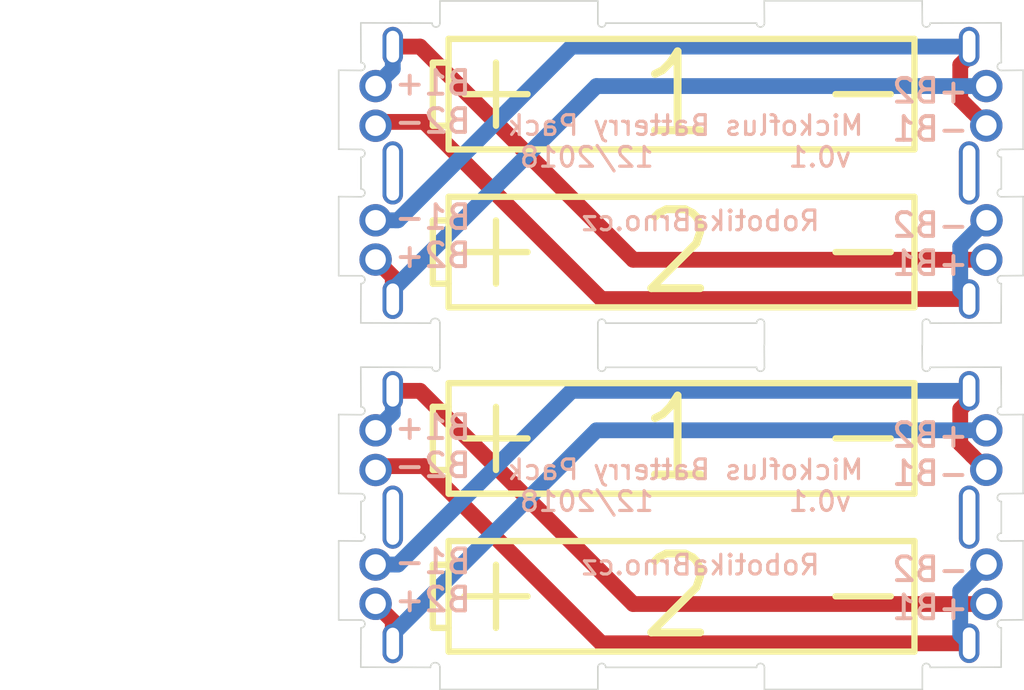
<source format=kicad_pcb>
(kicad_pcb (version 20171130) (host pcbnew 5.0.1-33cea8e~68~ubuntu18.04.1)

  (general
    (thickness 1.6)
    (drawings 756)
    (tracks 52)
    (zones 0)
    (modules 28)
    (nets 7)
  )

  (page A4)
  (layers
    (0 F.Cu signal)
    (31 B.Cu signal)
    (32 B.Adhes user)
    (33 F.Adhes user)
    (34 B.Paste user)
    (35 F.Paste user)
    (36 B.SilkS user)
    (37 F.SilkS user)
    (38 B.Mask user)
    (39 F.Mask user)
    (40 Dwgs.User user)
    (41 Cmts.User user)
    (42 Eco1.User user)
    (43 Eco2.User user)
    (44 Edge.Cuts user)
    (45 Margin user)
    (46 B.CrtYd user)
    (47 F.CrtYd user)
    (48 B.Fab user)
    (49 F.Fab user)
  )

  (setup
    (last_trace_width 2)
    (user_trace_width 0.5)
    (user_trace_width 0.8)
    (trace_clearance 0.5)
    (zone_clearance 0.1)
    (zone_45_only no)
    (trace_min 0.2)
    (segment_width 0.2)
    (edge_width 0.2)
    (via_size 0.8)
    (via_drill 0.4)
    (via_min_size 0.4)
    (via_min_drill 0.3)
    (uvia_size 0.3)
    (uvia_drill 0.1)
    (uvias_allowed no)
    (uvia_min_size 0.2)
    (uvia_min_drill 0.1)
    (pcb_text_width 0.3)
    (pcb_text_size 1.5 1.5)
    (mod_edge_width 0.15)
    (mod_text_size 1 1)
    (mod_text_width 0.15)
    (pad_size 1.524 1.524)
    (pad_drill 0.762)
    (pad_to_mask_clearance 0.051)
    (solder_mask_min_width 0.25)
    (aux_axis_origin 0 0)
    (grid_origin 122.9 72.2)
    (visible_elements FFFFFF7F)
    (pcbplotparams
      (layerselection 0x012fc_ffffffff)
      (usegerberextensions false)
      (usegerberattributes false)
      (usegerberadvancedattributes false)
      (creategerberjobfile false)
      (excludeedgelayer true)
      (linewidth 0.100000)
      (plotframeref false)
      (viasonmask false)
      (mode 1)
      (useauxorigin false)
      (hpglpennumber 1)
      (hpglpenspeed 20)
      (hpglpendiameter 15.000000)
      (psnegative false)
      (psa4output false)
      (plotreference true)
      (plotvalue true)
      (plotinvisibletext false)
      (padsonsilk false)
      (subtractmaskfromsilk false)
      (outputformat 1)
      (mirror false)
      (drillshape 0)
      (scaleselection 1)
      (outputdirectory "gerber_bottom_panel"))
  )

  (net 0 "")
  (net 1 "Net-(J14-Pad1)")
  (net 2 "Net-(J15-Pad1)")
  (net 3 /B2-)
  (net 4 /B2+)
  (net 5 /B1-)
  (net 6 /B1+)

  (net_class Default "This is the default net class."
    (clearance 0.5)
    (trace_width 2)
    (via_dia 0.8)
    (via_drill 0.4)
    (uvia_dia 0.3)
    (uvia_drill 0.1)
    (add_net /B1+)
    (add_net /B1-)
    (add_net /B2+)
    (add_net /B2-)
    (add_net "Net-(J14-Pad1)")
    (add_net "Net-(J15-Pad1)")
  )

  (net_class side ""
    (clearance 0.2)
    (trace_width 2)
    (via_dia 0.8)
    (via_drill 0.4)
    (uvia_dia 0.3)
    (uvia_drill 0.1)
  )

  (module yaqwsx:banana_2mm_hole (layer F.Cu) (tedit 5C123FF7) (tstamp 5C13B580)
    (at 114.75 131.6)
    (path /5C1125AB)
    (fp_text reference J27 (at 0 3.2) (layer F.SilkS) hide
      (effects (font (size 1 1) (thickness 0.15)))
    )
    (fp_text value B2_M_b (at 0 -3.15) (layer F.Fab) hide
      (effects (font (size 1 1) (thickness 0.15)))
    )
    (pad 1 thru_hole circle (at 0 0) (size 4.1 4.1) (drill 2.6) (layers *.Cu *.Mask)
      (net 3 /B2-))
  )

  (module yaqwsx:slot_1.8x2 (layer F.Cu) (tedit 5C110F81) (tstamp 5C13B54E)
    (at 116.925 153.575)
    (path /5C111DE6)
    (fp_text reference J18 (at 0 3.7) (layer F.SilkS) hide
      (effects (font (size 1 1) (thickness 0.15)))
    )
    (fp_text value B2_P_tans_b (at 0 -3.55) (layer F.Fab) hide
      (effects (font (size 1 1) (thickness 0.15)))
    )
    (pad 1 thru_hole oval (at 0 0) (size 2.6 5) (drill oval 1.6 4) (layers *.Cu *.Mask)
      (net 4 /B2+))
  )

  (module yaqwsx:slot_1.8x5 (layer F.Cu) (tedit 5C110FE6) (tstamp 5C13B54A)
    (at 116.925 137.575)
    (path /5C112AC9)
    (fp_text reference J14 (at 0 4.95) (layer F.SilkS) hide
      (effects (font (size 1 1) (thickness 0.15)))
    )
    (fp_text value mech (at 0 -4.95) (layer F.Fab) hide
      (effects (font (size 1 1) (thickness 0.15)))
    )
    (pad 1 thru_hole oval (at 0 0) (size 2.6 8) (drill oval 1.6 7) (layers *.Cu *.Mask)
      (net 1 "Net-(J14-Pad1)"))
  )

  (module yaqwsx:banana_2mm_hole (layer F.Cu) (tedit 5C123FF7) (tstamp 5C13B521)
    (at 114.75 143.575)
    (path /5C112249)
    (fp_text reference J23 (at 0 3.2) (layer F.SilkS) hide
      (effects (font (size 1 1) (thickness 0.15)))
    )
    (fp_text value B1_M_b (at 0 -3.15) (layer F.Fab) hide
      (effects (font (size 1 1) (thickness 0.15)))
    )
    (pad 1 thru_hole circle (at 0 0) (size 4.1 4.1) (drill 2.6) (layers *.Cu *.Mask)
      (net 5 /B1-))
  )

  (module yaqwsx:slot_1.8x2 (layer F.Cu) (tedit 5C110F81) (tstamp 5C13B501)
    (at 189.925 121.575)
    (path /5C111DAA)
    (fp_text reference J17 (at 0 3.7) (layer F.SilkS) hide
      (effects (font (size 1 1) (thickness 0.15)))
    )
    (fp_text value B1_M_tans_b (at 0 -3.55) (layer F.Fab) hide
      (effects (font (size 1 1) (thickness 0.15)))
    )
    (pad 1 thru_hole oval (at 0 0) (size 2.6 5) (drill oval 1.6 4) (layers *.Cu *.Mask)
      (net 5 /B1-))
  )

  (module yaqwsx:slot_1.8x2 (layer F.Cu) (tedit 5C110F81) (tstamp 5C13B4FD)
    (at 116.925 121.575)
    (path /5C111C3E)
    (fp_text reference J16 (at 0 3.7) (layer F.SilkS) hide
      (effects (font (size 1 1) (thickness 0.15)))
    )
    (fp_text value B1_P_tans_b (at 0 -3.55) (layer F.Fab) hide
      (effects (font (size 1 1) (thickness 0.15)))
    )
    (pad 1 thru_hole oval (at 0 0) (size 2.6 5) (drill oval 1.6 4) (layers *.Cu *.Mask)
      (net 6 /B1+))
  )

  (module yaqwsx:slot_1.8x2 (layer F.Cu) (tedit 5C110F81) (tstamp 5C13B4F9)
    (at 189.925 153.55)
    (path /5C111E4F)
    (fp_text reference J19 (at 0 3.7) (layer F.SilkS) hide
      (effects (font (size 1 1) (thickness 0.15)))
    )
    (fp_text value B2_M_tans_b (at 0 -3.55) (layer F.Fab) hide
      (effects (font (size 1 1) (thickness 0.15)))
    )
    (pad 1 thru_hole oval (at 0 0) (size 2.6 5) (drill oval 1.6 4) (layers *.Cu *.Mask)
      (net 3 /B2-))
  )

  (module yaqwsx:banana_2mm_hole (layer F.Cu) (tedit 5C123FF7) (tstamp 5C13B4F5)
    (at 114.75 126.575)
    (path /5C11203B)
    (fp_text reference J20 (at 0 3.2) (layer F.SilkS) hide
      (effects (font (size 1 1) (thickness 0.15)))
    )
    (fp_text value B1_P_b (at 0 -3.15) (layer F.Fab) hide
      (effects (font (size 1 1) (thickness 0.15)))
    )
    (pad 1 thru_hole circle (at 0 0) (size 4.1 4.1) (drill 2.6) (layers *.Cu *.Mask)
      (net 6 /B1+))
  )

  (module yaqwsx:banana_2mm_hole (layer F.Cu) (tedit 5C123FF7) (tstamp 5C13B4CF)
    (at 192.1 131.575)
    (path /5C1121FF)
    (fp_text reference J22 (at 0 3.2) (layer F.SilkS) hide
      (effects (font (size 1 1) (thickness 0.15)))
    )
    (fp_text value B1_M_a (at 0 -3.15) (layer F.Fab) hide
      (effects (font (size 1 1) (thickness 0.15)))
    )
    (pad 1 thru_hole circle (at 0 0) (size 4.1 4.1) (drill 2.6) (layers *.Cu *.Mask)
      (net 5 /B1-))
  )

  (module yaqwsx:banana_2mm_hole (layer F.Cu) (tedit 5C123FF7) (tstamp 5C13B401)
    (at 192.1 126.575)
    (path /5C11259C)
    (fp_text reference J24 (at 0 3.2) (layer F.SilkS) hide
      (effects (font (size 1 1) (thickness 0.15)))
    )
    (fp_text value B2_P_b (at 0 -3.15) (layer F.Fab) hide
      (effects (font (size 1 1) (thickness 0.15)))
    )
    (pad 1 thru_hole circle (at 0 0) (size 4.1 4.1) (drill 2.6) (layers *.Cu *.Mask)
      (net 4 /B2+))
  )

  (module yaqwsx:slot_1.8x5 (layer F.Cu) (tedit 5C110FE6) (tstamp 5C13B3D5)
    (at 189.925 137.575)
    (path /5C112B35)
    (fp_text reference J15 (at 0 4.95) (layer F.SilkS) hide
      (effects (font (size 1 1) (thickness 0.15)))
    )
    (fp_text value mech (at 0 -4.95) (layer F.Fab) hide
      (effects (font (size 1 1) (thickness 0.15)))
    )
    (pad 1 thru_hole oval (at 0 0) (size 2.6 8) (drill oval 1.6 7) (layers *.Cu *.Mask)
      (net 2 "Net-(J15-Pad1)"))
  )

  (module yaqwsx:banana_2mm_hole (layer F.Cu) (tedit 5C123FF7) (tstamp 5C13B3D1)
    (at 192.125 143.575)
    (path /5C1125A5)
    (fp_text reference J26 (at 0 3.2) (layer F.SilkS) hide
      (effects (font (size 1 1) (thickness 0.15)))
    )
    (fp_text value B2_M_a (at 0 -3.15) (layer F.Fab) hide
      (effects (font (size 1 1) (thickness 0.15)))
    )
    (pad 1 thru_hole circle (at 0 0) (size 4.1 4.1) (drill 2.6) (layers *.Cu *.Mask)
      (net 3 /B2-))
  )

  (module yaqwsx:banana_2mm_hole (layer F.Cu) (tedit 5C123FF7) (tstamp 5C13B3CD)
    (at 114.75 148.55)
    (path /5C112596)
    (fp_text reference J25 (at 0 3.2) (layer F.SilkS) hide
      (effects (font (size 1 1) (thickness 0.15)))
    )
    (fp_text value B2_P_a (at 0 -3.15) (layer F.Fab) hide
      (effects (font (size 1 1) (thickness 0.15)))
    )
    (pad 1 thru_hole circle (at 0 0) (size 4.1 4.1) (drill 2.6) (layers *.Cu *.Mask)
      (net 4 /B2+))
  )

  (module yaqwsx:banana_2mm_hole (layer F.Cu) (tedit 5C123FF7) (tstamp 5C13B3C9)
    (at 192.1 148.575)
    (path /5C111F45)
    (fp_text reference J21 (at 0 3.2) (layer F.SilkS) hide
      (effects (font (size 1 1) (thickness 0.15)))
    )
    (fp_text value B1_P_a (at 0 -3.15) (layer F.Fab) hide
      (effects (font (size 1 1) (thickness 0.15)))
    )
    (pad 1 thru_hole circle (at 0 0) (size 4.1 4.1) (drill 2.6) (layers *.Cu *.Mask)
      (net 6 /B1+))
  )

  (module yaqwsx:slot_1.8x5 (layer F.Cu) (tedit 5C110FE6) (tstamp 5C23C5E1)
    (at 189.925 93.975)
    (path /5C112B35)
    (fp_text reference J15 (at 0 4.95) (layer F.SilkS) hide
      (effects (font (size 1 1) (thickness 0.15)))
    )
    (fp_text value mech (at 0 -4.95) (layer F.Fab) hide
      (effects (font (size 1 1) (thickness 0.15)))
    )
    (pad 1 thru_hole oval (at 0 0) (size 2.6 8) (drill oval 1.6 7) (layers *.Cu *.Mask)
      (net 2 "Net-(J15-Pad1)"))
  )

  (module yaqwsx:banana_2mm_hole (layer F.Cu) (tedit 5C123FF7) (tstamp 5C23BC8E)
    (at 114.75 88)
    (path /5C1125AB)
    (fp_text reference J27 (at 0 3.2) (layer F.SilkS) hide
      (effects (font (size 1 1) (thickness 0.15)))
    )
    (fp_text value B2_M_b (at 0 -3.15) (layer F.Fab) hide
      (effects (font (size 1 1) (thickness 0.15)))
    )
    (pad 1 thru_hole circle (at 0 0) (size 4.1 4.1) (drill 2.6) (layers *.Cu *.Mask)
      (net 3 /B2-))
  )

  (module yaqwsx:banana_2mm_hole (layer F.Cu) (tedit 5C123FF7) (tstamp 5C23BC89)
    (at 192.125 99.975)
    (path /5C1125A5)
    (fp_text reference J26 (at 0 3.2) (layer F.SilkS) hide
      (effects (font (size 1 1) (thickness 0.15)))
    )
    (fp_text value B2_M_a (at 0 -3.15) (layer F.Fab) hide
      (effects (font (size 1 1) (thickness 0.15)))
    )
    (pad 1 thru_hole circle (at 0 0) (size 4.1 4.1) (drill 2.6) (layers *.Cu *.Mask)
      (net 3 /B2-))
  )

  (module yaqwsx:banana_2mm_hole (layer F.Cu) (tedit 5C123FF7) (tstamp 5C23BC84)
    (at 114.75 104.95)
    (path /5C112596)
    (fp_text reference J25 (at 0 3.2) (layer F.SilkS) hide
      (effects (font (size 1 1) (thickness 0.15)))
    )
    (fp_text value B2_P_a (at 0 -3.15) (layer F.Fab) hide
      (effects (font (size 1 1) (thickness 0.15)))
    )
    (pad 1 thru_hole circle (at 0 0) (size 4.1 4.1) (drill 2.6) (layers *.Cu *.Mask)
      (net 4 /B2+))
  )

  (module yaqwsx:banana_2mm_hole (layer F.Cu) (tedit 5C123FF7) (tstamp 5C23BC7F)
    (at 192.1 82.975)
    (path /5C11259C)
    (fp_text reference J24 (at 0 3.2) (layer F.SilkS) hide
      (effects (font (size 1 1) (thickness 0.15)))
    )
    (fp_text value B2_P_b (at 0 -3.15) (layer F.Fab) hide
      (effects (font (size 1 1) (thickness 0.15)))
    )
    (pad 1 thru_hole circle (at 0 0) (size 4.1 4.1) (drill 2.6) (layers *.Cu *.Mask)
      (net 4 /B2+))
  )

  (module yaqwsx:banana_2mm_hole (layer F.Cu) (tedit 5C123FF7) (tstamp 5C23BC7A)
    (at 114.75 99.975)
    (path /5C112249)
    (fp_text reference J23 (at 0 3.2) (layer F.SilkS) hide
      (effects (font (size 1 1) (thickness 0.15)))
    )
    (fp_text value B1_M_b (at 0 -3.15) (layer F.Fab) hide
      (effects (font (size 1 1) (thickness 0.15)))
    )
    (pad 1 thru_hole circle (at 0 0) (size 4.1 4.1) (drill 2.6) (layers *.Cu *.Mask)
      (net 5 /B1-))
  )

  (module yaqwsx:banana_2mm_hole (layer F.Cu) (tedit 5C123FF7) (tstamp 5C23BC75)
    (at 192.1 87.975)
    (path /5C1121FF)
    (fp_text reference J22 (at 0 3.2) (layer F.SilkS) hide
      (effects (font (size 1 1) (thickness 0.15)))
    )
    (fp_text value B1_M_a (at 0 -3.15) (layer F.Fab) hide
      (effects (font (size 1 1) (thickness 0.15)))
    )
    (pad 1 thru_hole circle (at 0 0) (size 4.1 4.1) (drill 2.6) (layers *.Cu *.Mask)
      (net 5 /B1-))
  )

  (module yaqwsx:banana_2mm_hole (layer F.Cu) (tedit 5C123FF7) (tstamp 5C23BC70)
    (at 192.1 104.975)
    (path /5C111F45)
    (fp_text reference J21 (at 0 3.2) (layer F.SilkS) hide
      (effects (font (size 1 1) (thickness 0.15)))
    )
    (fp_text value B1_P_a (at 0 -3.15) (layer F.Fab) hide
      (effects (font (size 1 1) (thickness 0.15)))
    )
    (pad 1 thru_hole circle (at 0 0) (size 4.1 4.1) (drill 2.6) (layers *.Cu *.Mask)
      (net 6 /B1+))
  )

  (module yaqwsx:banana_2mm_hole (layer F.Cu) (tedit 5C123FF7) (tstamp 5C23BC6B)
    (at 114.75 82.975)
    (path /5C11203B)
    (fp_text reference J20 (at 0 3.2) (layer F.SilkS) hide
      (effects (font (size 1 1) (thickness 0.15)))
    )
    (fp_text value B1_P_b (at 0 -3.15) (layer F.Fab) hide
      (effects (font (size 1 1) (thickness 0.15)))
    )
    (pad 1 thru_hole circle (at 0 0) (size 4.1 4.1) (drill 2.6) (layers *.Cu *.Mask)
      (net 6 /B1+))
  )

  (module yaqwsx:slot_1.8x2 (layer F.Cu) (tedit 5C110F81) (tstamp 5C23BBED)
    (at 116.925 77.975)
    (path /5C111C3E)
    (fp_text reference J16 (at 0 3.7) (layer F.SilkS) hide
      (effects (font (size 1 1) (thickness 0.15)))
    )
    (fp_text value B1_P_tans_b (at 0 -3.55) (layer F.Fab) hide
      (effects (font (size 1 1) (thickness 0.15)))
    )
    (pad 1 thru_hole oval (at 0 0) (size 2.6 5) (drill oval 1.6 4) (layers *.Cu *.Mask)
      (net 6 /B1+))
  )

  (module yaqwsx:slot_1.8x2 (layer F.Cu) (tedit 5C110F81) (tstamp 5C23BBE3)
    (at 189.925 77.975)
    (path /5C111DAA)
    (fp_text reference J17 (at 0 3.7) (layer F.SilkS) hide
      (effects (font (size 1 1) (thickness 0.15)))
    )
    (fp_text value B1_M_tans_b (at 0 -3.55) (layer F.Fab) hide
      (effects (font (size 1 1) (thickness 0.15)))
    )
    (pad 1 thru_hole oval (at 0 0) (size 2.6 5) (drill oval 1.6 4) (layers *.Cu *.Mask)
      (net 5 /B1-))
  )

  (module yaqwsx:slot_1.8x2 (layer F.Cu) (tedit 5C110F81) (tstamp 5C23BBDE)
    (at 116.925 109.975)
    (path /5C111DE6)
    (fp_text reference J18 (at 0 3.7) (layer F.SilkS) hide
      (effects (font (size 1 1) (thickness 0.15)))
    )
    (fp_text value B2_P_tans_b (at 0 -3.55) (layer F.Fab) hide
      (effects (font (size 1 1) (thickness 0.15)))
    )
    (pad 1 thru_hole oval (at 0 0) (size 2.6 5) (drill oval 1.6 4) (layers *.Cu *.Mask)
      (net 4 /B2+))
  )

  (module yaqwsx:slot_1.8x2 (layer F.Cu) (tedit 5C110F81) (tstamp 5C23BBD9)
    (at 189.925 109.95)
    (path /5C111E4F)
    (fp_text reference J19 (at 0 3.7) (layer F.SilkS) hide
      (effects (font (size 1 1) (thickness 0.15)))
    )
    (fp_text value B2_M_tans_b (at 0 -3.55) (layer F.Fab) hide
      (effects (font (size 1 1) (thickness 0.15)))
    )
    (pad 1 thru_hole oval (at 0 0) (size 2.6 5) (drill oval 1.6 4) (layers *.Cu *.Mask)
      (net 3 /B2-))
  )

  (module yaqwsx:slot_1.8x5 (layer F.Cu) (tedit 5C110FE6) (tstamp 5C23BBD4)
    (at 116.925 93.975)
    (path /5C112AC9)
    (fp_text reference J14 (at 0 4.95) (layer F.SilkS) hide
      (effects (font (size 1 1) (thickness 0.15)))
    )
    (fp_text value mech (at 0 -4.95) (layer F.Fab) hide
      (effects (font (size 1 1) (thickness 0.15)))
    )
    (pad 1 thru_hole oval (at 0 0) (size 2.6 8) (drill oval 1.6 7) (layers *.Cu *.Mask)
      (net 1 "Net-(J14-Pad1)"))
  )

  (gr_text V-CUT (at 87.5 110.2) (layer Cmts.User)
    (effects (font (size 8 8) (thickness 1)))
  )
  (gr_line (start 184.1 115.8) (end 91.1 115.8) (layer Cmts.User) (width 0.2))
  (gr_line (start 122.9 156.6) (end 122.9 159.4) (layer Edge.Cuts) (width 0.2) (tstamp 5C13B594))
  (gr_line (start 116.0157 132.11) (end 116.1246 131.709) (layer Cmts.User) (width 0.2) (tstamp 5C13B593))
  (gr_line (start 116.0254 140.0751) (end 116.0254 140.2336) (layer Cmts.User) (width 0.2) (tstamp 5C13B592))
  (gr_line (start 115.2854 125.3067) (end 114.8844 125.1992) (layer Cmts.User) (width 0.2) (tstamp 5C13B591))
  (gr_line (start 122.9 115.8) (end 122.9 118.6) (layer Edge.Cuts) (width 0.2) (tstamp 5C13B590))
  (gr_line (start 191.965 142.2) (end 191.564 142.3075) (layer Cmts.User) (width 0.2) (tstamp 5C13B58F))
  (gr_line (start 116.7654 140.9749) (end 116.9253 140.9749) (layer Cmts.User) (width 0.2) (tstamp 5C13B58E))
  (gr_line (start 189.766 119.6745) (end 189.289 119.9377) (layer Cmts.User) (width 0.2) (tstamp 5C13B58D))
  (gr_line (start 189.026 154.73328) (end 189.289 155.21009) (layer Cmts.User) (width 0.2) (tstamp 5C13B58C))
  (gr_line (start 190.725 126.4394) (end 190.725 126.5744) (layer Cmts.User) (width 0.2) (tstamp 5C13B58B))
  (gr_line (start 190.825 152.41542) (end 190.561 151.93861) (layer Cmts.User) (width 0.2) (tstamp 5C13B58A))
  (gr_line (start 191.965 144.9506) (end 192.1 144.9506) (layer Cmts.User) (width 0.2) (tstamp 5C13B589))
  (gr_line (start 115.2854 147.307) (end 114.8844 147.1995) (layer Cmts.User) (width 0.2) (tstamp 5C13B588))
  (gr_line (start 191.965 125.1992) (end 191.564 125.3067) (layer Cmts.User) (width 0.2) (tstamp 5C13B587))
  (gr_line (start 116.9253 123.4753) (end 117.0837 123.4753) (layer Cmts.User) (width 0.2) (tstamp 5C13B586))
  (gr_line (start 112.9 151.6) (end 112.8752 156.57572) (layer Edge.Cuts) (width 0.2) (tstamp 5C13B585))
  (gr_line (start 189.026 122.5754) (end 189.026 122.7338) (layer Cmts.User) (width 0.2) (tstamp 5C13B584))
  (gr_line (start 114.7507 144.9506) (end 114.8844 144.9506) (layer Cmts.User) (width 0.2) (tstamp 5C13B57F))
  (gr_line (start 116.1246 131.5754) (end 116.1246 131.4403) (layer Cmts.User) (width 0.2) (tstamp 5C13B57E))
  (gr_line (start 114.2147 125.3067) (end 113.7778 125.6016) (layer Cmts.User) (width 0.2) (tstamp 5C13B57D))
  (gr_line (start 194 123.6) (end 193.975 118.5749) (layer Edge.Cuts) (width 0.2) (tstamp 5C13B57C))
  (gr_line (start 113.4829 131.0393) (end 113.3754 131.4403) (layer Cmts.User) (width 0.2) (tstamp 5C13B57B))
  (gr_line (start 114.6157 127.9497) (end 114.7507 127.9497) (layer Cmts.User) (width 0.2) (tstamp 5C13B57A))
  (gr_line (start 114.8844 144.9506) (end 115.2854 144.8417) (layer Cmts.User) (width 0.2) (tstamp 5C13B579))
  (gr_line (start 115.2854 142.3075) (end 114.8844 142.2) (layer Cmts.User) (width 0.2) (tstamp 5C13B578))
  (gr_line (start 192.1 130.2) (end 191.965 130.2) (layer Cmts.User) (width 0.2) (tstamp 5C13B577))
  (gr_line (start 190.725 131.4403) (end 190.725 131.5754) (layer Cmts.User) (width 0.2) (tstamp 5C13B576))
  (gr_line (start 190.725 143.4403) (end 190.725 143.5753) (layer Cmts.User) (width 0.2) (tstamp 5C13B575))
  (gr_line (start 117.0837 140.9749) (end 117.5605 140.7104) (layer Cmts.User) (width 0.2) (tstamp 5C13B574))
  (gr_line (start 192.635 132.8418) (end 193.072 132.5469) (layer Cmts.User) (width 0.2) (tstamp 5C13B573))
  (gr_line (start 116.0254 140.2336) (end 116.2886 140.7104) (layer Cmts.User) (width 0.2) (tstamp 5C13B572))
  (gr_line (start 193.475 148.4398) (end 193.366 148.0388) (layer Cmts.User) (width 0.2) (tstamp 5C13B571))
  (gr_line (start 114.6157 144.9506) (end 114.7507 144.9506) (layer Cmts.User) (width 0.2) (tstamp 5C13B570))
  (gr_line (start 189.026 140.2336) (end 189.289 140.7104) (layer Cmts.User) (width 0.2) (tstamp 5C13B56F))
  (gr_line (start 189.766 123.4753) (end 189.925 123.4753) (layer Cmts.User) (width 0.2) (tstamp 5C13B56E))
  (gr_line (start 115.7222 147.6019) (end 115.2854 147.307) (layer Cmts.User) (width 0.2) (tstamp 5C13B56D))
  (gr_line (start 113.3754 126.7081) (end 113.4829 127.1091) (layer Cmts.User) (width 0.2) (tstamp 5C13B56C))
  (gr_line (start 196.774 150.57575) (end 196.774 140.5753) (layer Edge.Cuts) (width 0.2) (tstamp 5C13B56B))
  (gr_line (start 184 159.4) (end 184 156.6) (layer Edge.Cuts) (width 0.2) (tstamp 5C13B56A))
  (gr_line (start 189.026 152.41542) (end 189.026 152.57526) (layer Cmts.User) (width 0.2) (tstamp 5C13B569))
  (gr_line (start 116.0254 152.41542) (end 116.0254 152.57526) (layer Cmts.User) (width 0.2) (tstamp 5C13B568))
  (gr_line (start 193.475 126.7081) (end 193.475 126.5744) (layer Cmts.User) (width 0.2) (tstamp 5C13B567))
  (gr_line (start 116.2886 151.93861) (end 116.0254 152.41542) (layer Cmts.User) (width 0.2) (tstamp 5C13B566))
  (gr_line (start 192.635 149.84124) (end 193.072 149.54635) (layer Cmts.User) (width 0.2) (tstamp 5C13B565))
  (gr_line (start 116.9253 134.1743) (end 116.7654 134.1743) (layer Cmts.User) (width 0.2) (tstamp 5C13B564))
  (gr_line (start 192.1 144.9506) (end 192.234 144.9506) (layer Cmts.User) (width 0.2) (tstamp 5C13B563))
  (gr_line (start 116.0254 152.57526) (end 116.0254 154.57618) (layer Cmts.User) (width 0.2) (tstamp 5C13B562))
  (gr_line (start 113.7778 127.546) (end 114.2147 127.8408) (layer Cmts.User) (width 0.2) (tstamp 5C13B561))
  (gr_line (start 193.366 144.11) (end 193.475 143.709) (layer Cmts.User) (width 0.2) (tstamp 5C13B560))
  (gr_line (start 192.1 125.1992) (end 191.965 125.1992) (layer Cmts.User) (width 0.2) (tstamp 5C13B55F))
  (gr_line (start 191.127 142.6024) (end 190.832 143.0393) (layer Cmts.User) (width 0.2) (tstamp 5C13B55E))
  (gr_line (start 114.8844 130.2) (end 114.7507 130.2) (layer Cmts.User) (width 0.2) (tstamp 5C13B55D))
  (gr_line (start 190.561 140.7104) (end 190.825 140.2336) (layer Cmts.User) (width 0.2) (tstamp 5C13B55C))
  (gr_line (start 117.8251 154.57618) (end 117.8251 152.57526) (layer Cmts.User) (width 0.2) (tstamp 5C13B55B))
  (gr_line (start 113.3754 143.5753) (end 113.3754 143.709) (layer Cmts.User) (width 0.2) (tstamp 5C13B55A))
  (gr_line (start 116.1246 148.4398) (end 116.0157 148.0388) (layer Cmts.User) (width 0.2) (tstamp 5C13B559))
  (gr_line (start 189.289 155.21009) (end 189.766 155.47467) (layer Cmts.User) (width 0.2) (tstamp 5C13B558))
  (gr_line (start 115.2854 144.8417) (end 115.7222 144.5468) (layer Cmts.User) (width 0.2) (tstamp 5C13B557))
  (gr_line (start 117.5605 151.93861) (end 117.0837 151.6754) (layer Cmts.User) (width 0.2) (tstamp 5C13B556))
  (gr_line (start 193.072 142.6024) (end 192.635 142.3075) (layer Cmts.User) (width 0.2) (tstamp 5C13B555))
  (gr_line (start 190.832 143.0393) (end 190.725 143.4403) (layer Cmts.User) (width 0.2) (tstamp 5C13B554))
  (gr_line (start 143.9 156.6) (end 163 156.6) (layer Edge.Cuts) (width 0.2) (tstamp 5C13B553))
  (gr_line (start 142.9 118.6) (end 142.9 115.8) (layer Edge.Cuts) (width 0.2) (tstamp 5C13B552))
  (gr_line (start 113.7778 144.5468) (end 114.2147 144.8417) (layer Cmts.User) (width 0.2) (tstamp 5C13B547))
  (gr_line (start 113.3754 126.5744) (end 113.3754 126.7081) (layer Cmts.User) (width 0.2) (tstamp 5C13B546))
  (gr_line (start 116.0157 144.11) (end 116.1246 143.709) (layer Cmts.User) (width 0.2) (tstamp 5C13B545))
  (gr_line (start 114.8844 127.9497) (end 115.2854 127.8408) (layer Cmts.User) (width 0.2) (tstamp 5C13B544))
  (gr_line (start 115.2854 132.8418) (end 115.7222 132.5469) (layer Cmts.User) (width 0.2) (tstamp 5C13B543))
  (gr_line (start 113.4829 126.0384) (end 113.3754 126.4394) (layer Cmts.User) (width 0.2) (tstamp 5C13B542))
  (gr_line (start 117.8251 152.57526) (end 117.8251 152.41542) (layer Cmts.User) (width 0.2) (tstamp 5C13B541))
  (gr_line (start 114.6157 142.2) (end 114.2147 142.3075) (layer Cmts.User) (width 0.2) (tstamp 5C13B540))
  (gr_line (start 116.1246 143.5753) (end 116.1246 143.4403) (layer Cmts.User) (width 0.2) (tstamp 5C13B53F))
  (gr_line (start 113.3754 131.5754) (end 113.3754 131.709) (layer Cmts.User) (width 0.2) (tstamp 5C13B53E))
  (gr_line (start 116.1246 143.709) (end 116.1246 143.5753) (layer Cmts.User) (width 0.2) (tstamp 5C13B53D))
  (gr_line (start 114.2147 130.3075) (end 113.7778 130.6025) (layer Cmts.User) (width 0.2) (tstamp 5C13B53C))
  (gr_line (start 190.825 154.57618) (end 190.825 152.57526) (layer Cmts.User) (width 0.2) (tstamp 5C13B53B))
  (gr_line (start 114.7507 132.9506) (end 114.8844 132.9506) (layer Cmts.User) (width 0.2) (tstamp 5C13B53A))
  (gr_line (start 114.2147 132.8418) (end 114.6157 132.9506) (layer Cmts.User) (width 0.2) (tstamp 5C13B539))
  (gr_line (start 114.8844 132.9506) (end 115.2854 132.8418) (layer Cmts.User) (width 0.2) (tstamp 5C13B538))
  (gr_line (start 114.6157 130.2) (end 114.2147 130.3075) (layer Cmts.User) (width 0.2) (tstamp 5C13B537))
  (gr_line (start 116.0157 143.0393) (end 115.7222 142.6024) (layer Cmts.User) (width 0.2) (tstamp 5C13B536))
  (gr_line (start 110.075 124.5749) (end 110.075 134.5753) (layer Edge.Cuts) (width 0.2) (tstamp 5C13B535))
  (gr_line (start 117.8251 134.9157) (end 117.5605 134.4375) (layer Cmts.User) (width 0.2) (tstamp 5C13B534))
  (gr_line (start 193.072 125.6016) (end 192.635 125.3067) (layer Cmts.User) (width 0.2) (tstamp 5C13B533))
  (gr_line (start 189.925 134.1743) (end 189.766 134.1743) (layer Cmts.User) (width 0.2) (tstamp 5C13B532))
  (gr_line (start 115.7222 149.54635) (end 116.0157 149.1095) (layer Cmts.User) (width 0.2) (tstamp 5C13B531))
  (gr_line (start 192.635 144.8417) (end 193.072 144.5468) (layer Cmts.User) (width 0.2) (tstamp 5C13B530))
  (gr_line (start 190.825 122.5754) (end 190.825 120.5744) (layer Cmts.User) (width 0.2) (tstamp 5C13B52F))
  (gr_line (start 190.084 123.4753) (end 190.561 123.2107) (layer Cmts.User) (width 0.2) (tstamp 5C13B52E))
  (gr_line (start 189.289 123.2107) (end 189.766 123.4753) (layer Cmts.User) (width 0.2) (tstamp 5C13B52D))
  (gr_line (start 116.1246 126.7081) (end 116.1246 126.5744) (layer Cmts.User) (width 0.2) (tstamp 5C13B52C))
  (gr_line (start 117.0837 123.4753) (end 117.5605 123.2107) (layer Cmts.User) (width 0.2) (tstamp 5C13B52B))
  (gr_line (start 196.774 140.5753) (end 194 140.6) (layer Edge.Cuts) (width 0.2) (tstamp 5C13B52A))
  (gr_line (start 192.234 149.9501) (end 192.635 149.84124) (layer Cmts.User) (width 0.2) (tstamp 5C13B529))
  (gr_line (start 121.9 118.6) (end 112.8752 118.5749) (layer Edge.Cuts) (width 0.2) (tstamp 5C13B528))
  (gr_line (start 113.3754 148.4398) (end 113.3754 148.5748) (layer Cmts.User) (width 0.2) (tstamp 5C13B527))
  (gr_line (start 189.026 152.57526) (end 189.026 154.57618) (layer Cmts.User) (width 0.2) (tstamp 5C13B526))
  (gr_line (start 189.766 155.47467) (end 189.925 155.47467) (layer Cmts.User) (width 0.2) (tstamp 5C13B525))
  (gr_line (start 117.8251 122.7338) (end 117.8251 122.5754) (layer Cmts.User) (width 0.2) (tstamp 5C13B520))
  (gr_line (start 194 150.6) (end 196.774 150.57575) (layer Edge.Cuts) (width 0.2) (tstamp 5C13B51F))
  (gr_line (start 114.7507 125.1992) (end 114.6157 125.1992) (layer Cmts.User) (width 0.2) (tstamp 5C13B51E))
  (gr_line (start 113.4829 148.0388) (end 113.3754 148.4398) (layer Cmts.User) (width 0.2) (tstamp 5C13B51D))
  (gr_line (start 113.7778 142.6024) (end 113.4829 143.0393) (layer Cmts.User) (width 0.2) (tstamp 5C13B51C))
  (gr_line (start 193.366 131.0393) (end 193.072 130.6025) (layer Cmts.User) (width 0.2) (tstamp 5C13B51B))
  (gr_line (start 190.825 135.0756) (end 190.825 134.9157) (layer Cmts.User) (width 0.2) (tstamp 5C13B51A))
  (gr_line (start 114.8844 142.2) (end 114.7507 142.2) (layer Cmts.User) (width 0.2) (tstamp 5C13B519))
  (gr_line (start 190.725 126.7081) (end 190.832 127.1091) (layer Cmts.User) (width 0.2) (tstamp 5C13B518))
  (gr_line (start 190.725 131.5754) (end 190.725 131.709) (layer Cmts.User) (width 0.2) (tstamp 5C13B517))
  (gr_line (start 116.9253 119.6745) (end 116.7654 119.6745) (layer Cmts.User) (width 0.2) (tstamp 5C13B516))
  (gr_line (start 190.084 151.6754) (end 189.925 151.6754) (layer Cmts.User) (width 0.2) (tstamp 5C13B515))
  (gr_line (start 116.0254 120.5744) (end 116.0254 122.5754) (layer Cmts.User) (width 0.2) (tstamp 5C13B514))
  (gr_line (start 117.5605 155.21009) (end 117.8251 154.73328) (layer Cmts.User) (width 0.2) (tstamp 5C13B513))
  (gr_line (start 114.2147 127.8408) (end 114.6157 127.9497) (layer Cmts.User) (width 0.2) (tstamp 5C13B512))
  (gr_line (start 189.925 123.4753) (end 190.084 123.4753) (layer Cmts.User) (width 0.2) (tstamp 5C13B511))
  (gr_line (start 115.7222 142.6024) (end 115.2854 142.3075) (layer Cmts.User) (width 0.2) (tstamp 5C13B510))
  (gr_line (start 192.1 149.9501) (end 192.234 149.9501) (layer Cmts.User) (width 0.2) (tstamp 5C13B50F))
  (gr_line (start 192.635 130.3075) (end 192.234 130.2) (layer Cmts.User) (width 0.2) (tstamp 5C13B50D))
  (gr_line (start 192.1 142.2) (end 191.965 142.2) (layer Cmts.User) (width 0.2) (tstamp 5C13B4F4))
  (gr_line (start 116.1246 126.5744) (end 116.1246 126.4394) (layer Cmts.User) (width 0.2) (tstamp 5C13B4F3))
  (gr_line (start 113.7778 132.5469) (end 114.2147 132.8418) (layer Cmts.User) (width 0.2) (tstamp 5C13B4F2))
  (gr_line (start 113.3754 131.4403) (end 113.3754 131.5754) (layer Cmts.User) (width 0.2) (tstamp 5C13B4F1))
  (gr_line (start 113.4829 132.11) (end 113.7778 132.5469) (layer Cmts.User) (width 0.2) (tstamp 5C13B4F0))
  (gr_line (start 114.6157 125.1992) (end 114.2147 125.3067) (layer Cmts.User) (width 0.2) (tstamp 5C13B4EF))
  (gr_line (start 116.1246 131.4403) (end 116.0157 131.0393) (layer Cmts.User) (width 0.2) (tstamp 5C13B4EE))
  (gr_line (start 113.3754 131.709) (end 113.4829 132.11) (layer Cmts.User) (width 0.2) (tstamp 5C13B4ED))
  (gr_line (start 115.7222 132.5469) (end 116.0157 132.11) (layer Cmts.User) (width 0.2) (tstamp 5C13B4EC))
  (gr_line (start 114.7507 127.9497) (end 114.8844 127.9497) (layer Cmts.User) (width 0.2) (tstamp 5C13B4EB))
  (gr_line (start 114.2147 142.3075) (end 113.7778 142.6024) (layer Cmts.User) (width 0.2) (tstamp 5C13B4EA))
  (gr_line (start 116.1246 143.4403) (end 116.0157 143.0393) (layer Cmts.User) (width 0.2) (tstamp 5C13B4E9))
  (gr_line (start 113.4829 143.0393) (end 113.3754 143.4403) (layer Cmts.User) (width 0.2) (tstamp 5C13B4E8))
  (gr_line (start 114.6157 132.9506) (end 114.7507 132.9506) (layer Cmts.User) (width 0.2) (tstamp 5C13B4E7))
  (gr_line (start 115.7222 125.6016) (end 115.2854 125.3067) (layer Cmts.User) (width 0.2) (tstamp 5C13B4E6))
  (gr_line (start 114.7507 142.2) (end 114.6157 142.2) (layer Cmts.User) (width 0.2) (tstamp 5C13B4E5))
  (gr_line (start 189.026 154.57481) (end 189.026 154.73328) (layer Cmts.User) (width 0.2) (tstamp 5C13B4E4))
  (gr_line (start 189.026 120.5744) (end 189.026 122.5754) (layer Cmts.User) (width 0.2) (tstamp 5C13B4E3))
  (gr_line (start 189.289 151.93861) (end 189.026 152.41542) (layer Cmts.User) (width 0.2) (tstamp 5C13B4E2))
  (gr_line (start 117.8251 120.5744) (end 117.8251 120.4146) (layer Cmts.User) (width 0.2) (tstamp 5C13B4E1))
  (gr_line (start 193.475 126.5744) (end 193.475 126.4394) (layer Cmts.User) (width 0.2) (tstamp 5C13B4E0))
  (gr_line (start 190.825 140.2336) (end 190.825 140.0751) (layer Cmts.User) (width 0.2) (tstamp 5C13B4DF))
  (gr_line (start 116.9253 155.47467) (end 117.0837 155.47467) (layer Cmts.User) (width 0.2) (tstamp 5C13B4DE))
  (gr_line (start 113.7778 125.6016) (end 113.4829 126.0384) (layer Cmts.User) (width 0.2) (tstamp 5C13B4DD))
  (gr_line (start 113.3754 148.5748) (end 113.3754 148.7085) (layer Cmts.User) (width 0.2) (tstamp 5C13B4DC))
  (gr_line (start 193.475 126.4394) (end 193.366 126.0384) (layer Cmts.User) (width 0.2) (tstamp 5C13B4DB))
  (gr_line (start 115.2854 149.84124) (end 115.7222 149.54635) (layer Cmts.User) (width 0.2) (tstamp 5C13B4DA))
  (gr_line (start 193.475 148.5748) (end 193.475 148.4398) (layer Cmts.User) (width 0.2) (tstamp 5C13B4D9))
  (gr_line (start 113.3754 143.4403) (end 113.3754 143.5753) (layer Cmts.User) (width 0.2) (tstamp 5C13B4D8))
  (gr_line (start 116.7654 123.4753) (end 116.9253 123.4753) (layer Cmts.User) (width 0.2) (tstamp 5C13B4D7))
  (gr_line (start 190.084 140.9749) (end 190.561 140.7104) (layer Cmts.User) (width 0.2) (tstamp 5C13B4D6))
  (gr_line (start 112.9 135.6) (end 112.9 139.6) (layer Edge.Cuts) (width 0.2) (tstamp 5C13B4D5))
  (gr_line (start 112.8752 156.57572) (end 121.7 156.6) (layer Edge.Cuts) (width 0.2) (tstamp 5C13B4D4))
  (gr_line (start 113.4829 144.11) (end 113.7778 144.5468) (layer Cmts.User) (width 0.2) (tstamp 5C13B4D3))
  (gr_line (start 113.3754 148.7085) (end 113.4829 149.1095) (layer Cmts.User) (width 0.2) (tstamp 5C13B4CE))
  (gr_line (start 190.825 152.57526) (end 190.825 152.41542) (layer Cmts.User) (width 0.2) (tstamp 5C13B4CD))
  (gr_line (start 116.0254 154.57481) (end 116.0254 154.73328) (layer Cmts.User) (width 0.2) (tstamp 5C13B4CC))
  (gr_line (start 191.127 125.6016) (end 190.832 126.0384) (layer Cmts.User) (width 0.2) (tstamp 5C13B4CB))
  (gr_line (start 190.825 154.73328) (end 190.825 154.57481) (layer Cmts.User) (width 0.2) (tstamp 5C13B4CA))
  (gr_line (start 116.0254 122.7338) (end 116.2886 123.2107) (layer Cmts.User) (width 0.2) (tstamp 5C13B4C9))
  (gr_line (start 116.9253 151.6754) (end 116.7654 151.6754) (layer Cmts.User) (width 0.2) (tstamp 5C13B4C8))
  (gr_line (start 189.766 134.1743) (end 189.289 134.4375) (layer Cmts.User) (width 0.2) (tstamp 5C13B4C7))
  (gr_line (start 114.8844 149.9501) (end 115.2854 149.84124) (layer Cmts.User) (width 0.2) (tstamp 5C13B4C6))
  (gr_line (start 115.7222 130.6025) (end 115.2854 130.3075) (layer Cmts.User) (width 0.2) (tstamp 5C13B4C5))
  (gr_line (start 190.725 143.709) (end 190.832 144.11) (layer Cmts.User) (width 0.2) (tstamp 5C13B4C4))
  (gr_line (start 189.766 151.6754) (end 189.289 151.93861) (layer Cmts.User) (width 0.2) (tstamp 5C13B4C3))
  (gr_line (start 117.5605 134.4375) (end 117.0837 134.1743) (layer Cmts.User) (width 0.2) (tstamp 5C13B4C2))
  (gr_line (start 193.475 143.5753) (end 193.475 143.4403) (layer Cmts.User) (width 0.2) (tstamp 5C13B4C1))
  (gr_line (start 193.072 130.6025) (end 192.635 130.3075) (layer Cmts.User) (width 0.2) (tstamp 5C13B4C0))
  (gr_line (start 190.825 120.4146) (end 190.561 119.9377) (layer Cmts.User) (width 0.2) (tstamp 5C13B4BF))
  (gr_line (start 116.7654 155.47467) (end 116.9253 155.47467) (layer Cmts.User) (width 0.2) (tstamp 5C13B4BE))
  (gr_line (start 113.7778 147.6019) (end 113.4829 148.0388) (layer Cmts.User) (width 0.2) (tstamp 5C13B4BD))
  (gr_line (start 194 134.6) (end 196.774 134.5753) (layer Edge.Cuts) (width 0.2) (tstamp 5C13B4BB))
  (gr_line (start 191.965 149.9501) (end 192.1 149.9501) (layer Cmts.User) (width 0.2) (tstamp 5C13B4BA))
  (gr_line (start 191.564 142.3075) (end 191.127 142.6024) (layer Cmts.User) (width 0.2) (tstamp 5C13B4B9))
  (gr_line (start 189.766 140.9749) (end 189.925 140.9749) (layer Cmts.User) (width 0.2) (tstamp 5C13B4B8))
  (gr_line (start 116.2886 155.21009) (end 116.7654 155.47467) (layer Cmts.User) (width 0.2) (tstamp 5C13B4B7))
  (gr_line (start 190.561 134.4375) (end 190.084 134.1743) (layer Cmts.User) (width 0.2) (tstamp 5C13B4B6))
  (gr_line (start 190.084 134.1743) (end 189.925 134.1743) (layer Cmts.User) (width 0.2) (tstamp 5C13B4B5))
  (gr_line (start 193.475 131.5754) (end 193.475 131.4403) (layer Cmts.User) (width 0.2) (tstamp 5C13B4B4))
  (gr_line (start 191.127 130.6025) (end 190.832 131.0393) (layer Cmts.User) (width 0.2) (tstamp 5C13B4B3))
  (gr_line (start 117.5605 140.7104) (end 117.8251 140.2336) (layer Cmts.User) (width 0.2) (tstamp 5C13B4B2))
  (gr_text "B1+\nB2-" (at 122 128.6) (layer B.SilkS) (tstamp 5C13B4AF)
    (effects (font (size 3 3) (thickness 0.5)) (justify mirror))
  )
  (gr_text "B1-\nB2+" (at 122 145.6) (layer B.SilkS) (tstamp 5C13B4AE)
    (effects (font (size 3 3) (thickness 0.5)) (justify mirror))
  )
  (gr_text "+B2\n-B1" (at 185 129.6) (layer B.SilkS) (tstamp 5C13B4AD)
    (effects (font (size 3 3) (thickness 0.5)) (justify mirror))
  )
  (gr_text "-B2\n+B1" (at 185 146.6) (layer B.SilkS) (tstamp 5C13B4AC)
    (effects (font (size 3 3) (thickness 0.5)) (justify mirror))
  )
  (gr_arc (start 112.9 124.1) (end 112.9 124.6) (angle -180) (layer Edge.Cuts) (width 0.2) (tstamp 5C13B4AB))
  (gr_arc (start 112.9 135.1) (end 112.9 135.6) (angle -180) (layer Edge.Cuts) (width 0.2) (tstamp 5C13B4AA))
  (gr_arc (start 112.9 140.1) (end 112.9 140.6) (angle -180) (layer Edge.Cuts) (width 0.2) (tstamp 5C13B4A9))
  (gr_arc (start 112.9 151.1) (end 112.9 151.6) (angle -180) (layer Edge.Cuts) (width 0.2) (tstamp 5C13B4A8))
  (gr_arc (start 122.3 156.6) (end 122.9 156.6) (angle -180) (layer Edge.Cuts) (width 0.2) (tstamp 5C13B4A7))
  (gr_arc (start 143.4 156.6) (end 143.9 156.6) (angle -180) (layer Edge.Cuts) (width 0.2) (tstamp 5C13B4A6))
  (gr_text "Mickoflus Batterry Pack\nv0.1         12/2018\n\nRobotikaBrno.cz  " (at 154 137.6) (layer B.SilkS) (tstamp 5C13B4A5)
    (effects (font (size 2.5 2.5) (thickness 0.4)) (justify mirror))
  )
  (gr_line (start 117.0837 134.1743) (end 116.9253 134.1743) (layer Cmts.User) (width 0.2) (tstamp 5C13B4A1))
  (gr_line (start 113.3754 126.4394) (end 113.3754 126.5744) (layer Cmts.User) (width 0.2) (tstamp 5C13B4A0))
  (gr_line (start 190.725 148.7085) (end 190.832 149.1095) (layer Cmts.User) (width 0.2) (tstamp 5C13B49F))
  (gr_line (start 115.2854 130.3075) (end 114.8844 130.2) (layer Cmts.User) (width 0.2) (tstamp 5C13B49E))
  (gr_line (start 189.925 151.6754) (end 189.766 151.6754) (layer Cmts.User) (width 0.2) (tstamp 5C13B49D))
  (gr_line (start 115.7222 127.546) (end 116.0157 127.1091) (layer Cmts.User) (width 0.2) (tstamp 5C13B49C))
  (gr_line (start 117.0837 155.47467) (end 117.5605 155.21009) (layer Cmts.User) (width 0.2) (tstamp 5C13B49B))
  (gr_line (start 113.3754 143.709) (end 113.4829 144.11) (layer Cmts.User) (width 0.2) (tstamp 5C13B49A))
  (gr_line (start 117.8251 140.0751) (end 117.8251 135.0756) (layer Cmts.User) (width 0.2) (tstamp 5C13B499))
  (gr_line (start 115.7222 144.5468) (end 116.0157 144.11) (layer Cmts.User) (width 0.2) (tstamp 5C13B498))
  (gr_line (start 189.925 155.47467) (end 190.084 155.47467) (layer Cmts.User) (width 0.2) (tstamp 5C13B497))
  (gr_line (start 192.635 125.3067) (end 192.234 125.1992) (layer Cmts.User) (width 0.2) (tstamp 5C13B496))
  (gr_line (start 192.234 144.9506) (end 192.635 144.8417) (layer Cmts.User) (width 0.2) (tstamp 5C13B495))
  (gr_line (start 192.234 130.2) (end 192.1 130.2) (layer Cmts.User) (width 0.2) (tstamp 5C13B494))
  (gr_line (start 191.127 149.54635) (end 191.564 149.84124) (layer Cmts.User) (width 0.2) (tstamp 5C13B493))
  (gr_line (start 193.475 143.709) (end 193.475 143.5753) (layer Cmts.User) (width 0.2) (tstamp 5C13B492))
  (gr_line (start 192.234 142.2) (end 192.1 142.2) (layer Cmts.User) (width 0.2) (tstamp 5C13B491))
  (gr_line (start 193.366 143.0393) (end 193.072 142.6024) (layer Cmts.User) (width 0.2) (tstamp 5C13B490))
  (gr_line (start 117.8251 154.73328) (end 117.8251 154.57481) (layer Cmts.User) (width 0.2) (tstamp 5C13B48F))
  (gr_line (start 191.127 132.5469) (end 191.564 132.8418) (layer Cmts.User) (width 0.2) (tstamp 5C13B48E))
  (gr_line (start 113.7778 130.6025) (end 113.4829 131.0393) (layer Cmts.User) (width 0.2) (tstamp 5C13B48D))
  (gr_line (start 190.561 119.9377) (end 190.084 119.6745) (layer Cmts.User) (width 0.2) (tstamp 5C13B48C))
  (gr_line (start 191.564 125.3067) (end 191.127 125.6016) (layer Cmts.User) (width 0.2) (tstamp 5C13B48B))
  (gr_line (start 189.026 134.9157) (end 189.026 135.0756) (layer Cmts.User) (width 0.2) (tstamp 5C13B48A))
  (gr_line (start 116.0254 122.5754) (end 116.0254 122.7338) (layer Cmts.User) (width 0.2) (tstamp 5C13B489))
  (gr_line (start 116.0157 131.0393) (end 115.7222 130.6025) (layer Cmts.User) (width 0.2) (tstamp 5C13B488))
  (gr_arc (start 143.4 118.6) (end 142.9 118.6) (angle -180) (layer Edge.Cuts) (width 0.2) (tstamp 5C13B487))
  (gr_arc (start 122.4 118.6) (end 121.9 118.6) (angle -180) (layer Edge.Cuts) (width 0.2) (tstamp 5C13B486))
  (gr_line (start 124 120.6) (end 183 120.6) (layer F.SilkS) (width 0.8) (tstamp 5C13B485))
  (gr_line (start 183 120.6) (end 183 134.6) (layer F.SilkS) (width 0.8) (tstamp 5C13B484))
  (gr_line (start 183 134.6) (end 124 134.6) (layer F.SilkS) (width 0.8) (tstamp 5C13B483))
  (gr_line (start 124 134.6) (end 124 120.6) (layer F.SilkS) (width 0.8) (tstamp 5C13B482))
  (gr_line (start 124 123.6) (end 122 123.6) (layer F.SilkS) (width 0.8) (tstamp 5C13B481))
  (gr_line (start 122 123.6) (end 122 131.6) (layer F.SilkS) (width 0.8) (tstamp 5C13B480))
  (gr_line (start 117.0837 119.6745) (end 116.9253 119.6745) (layer Cmts.User) (width 0.2) (tstamp 5C13B47F))
  (gr_line (start 190.832 149.1095) (end 191.127 149.54635) (layer Cmts.User) (width 0.2) (tstamp 5C13B47E))
  (gr_line (start 189.026 120.4146) (end 189.026 120.5744) (layer Cmts.User) (width 0.2) (tstamp 5C13B47D))
  (gr_line (start 189.925 140.9749) (end 190.084 140.9749) (layer Cmts.User) (width 0.2) (tstamp 5C13B47C))
  (gr_line (start 189.026 135.0756) (end 189.026 140.0751) (layer Cmts.User) (width 0.2) (tstamp 5C13B47B))
  (gr_line (start 193.975 118.5749) (end 185 118.6) (layer Edge.Cuts) (width 0.2) (tstamp 5C13B47A))
  (gr_line (start 116.1246 148.7085) (end 116.1246 148.5748) (layer Cmts.User) (width 0.2) (tstamp 5C13B479))
  (gr_line (start 190.084 119.6745) (end 189.925 119.6745) (layer Cmts.User) (width 0.2) (tstamp 5C13B478))
  (gr_line (start 190.725 126.5744) (end 190.725 126.7081) (layer Cmts.User) (width 0.2) (tstamp 5C13B477))
  (gr_line (start 192.234 125.1992) (end 192.1 125.1992) (layer Cmts.User) (width 0.2) (tstamp 5C13B476))
  (gr_line (start 117.8251 135.0756) (end 117.8251 134.9157) (layer Cmts.User) (width 0.2) (tstamp 5C13B475))
  (gr_line (start 191.965 130.2) (end 191.564 130.3075) (layer Cmts.User) (width 0.2) (tstamp 5C13B474))
  (gr_line (start 190.832 132.11) (end 191.127 132.5469) (layer Cmts.User) (width 0.2) (tstamp 5C13B473))
  (gr_line (start 190.725 131.709) (end 190.832 132.11) (layer Cmts.User) (width 0.2) (tstamp 5C13B472))
  (gr_line (start 193.475 131.4403) (end 193.366 131.0393) (layer Cmts.User) (width 0.2) (tstamp 5C13B471))
  (gr_line (start 117.5605 123.2107) (end 117.8251 122.7338) (layer Cmts.User) (width 0.2) (tstamp 5C13B470))
  (gr_line (start 190.825 122.7338) (end 190.825 122.5754) (layer Cmts.User) (width 0.2) (tstamp 5C13B46F))
  (gr_line (start 190.561 155.21009) (end 190.825 154.73328) (layer Cmts.User) (width 0.2) (tstamp 5C13B46E))
  (gr_line (start 191.965 147.1995) (end 191.564 147.307) (layer Cmts.User) (width 0.2) (tstamp 5C13B46D))
  (gr_line (start 116.2886 134.4375) (end 116.0254 134.9157) (layer Cmts.User) (width 0.2) (tstamp 5C13B46C))
  (gr_line (start 193.475 148.7085) (end 193.475 148.5748) (layer Cmts.User) (width 0.2) (tstamp 5C13B46B))
  (gr_line (start 116.0157 149.1095) (end 116.1246 148.7085) (layer Cmts.User) (width 0.2) (tstamp 5C13B46A))
  (gr_line (start 189.026 122.7338) (end 189.289 123.2107) (layer Cmts.User) (width 0.2) (tstamp 5C13B469))
  (gr_line (start 191.564 149.84124) (end 191.965 149.9501) (layer Cmts.User) (width 0.2) (tstamp 5C13B468))
  (gr_line (start 117.8251 152.41542) (end 117.5605 151.93861) (layer Cmts.User) (width 0.2) (tstamp 5C13B467))
  (gr_line (start 190.561 123.2107) (end 190.825 122.7338) (layer Cmts.User) (width 0.2) (tstamp 5C13B466))
  (gr_line (start 193.072 149.54635) (end 193.366 149.1095) (layer Cmts.User) (width 0.2) (tstamp 5C13B464))
  (gr_line (start 191.564 130.3075) (end 191.127 130.6025) (layer Cmts.User) (width 0.2) (tstamp 5C13B463))
  (gr_line (start 192.234 127.9497) (end 192.635 127.8408) (layer Cmts.User) (width 0.2) (tstamp 5C13B462))
  (gr_line (start 112.9 124.6) (end 110.075 124.5749) (layer Edge.Cuts) (width 0.2) (tstamp 5C13B461))
  (gr_line (start 192.635 127.8408) (end 193.072 127.546) (layer Cmts.User) (width 0.2) (tstamp 5C13B460))
  (gr_line (start 117.8251 122.5754) (end 117.8251 120.5744) (layer Cmts.User) (width 0.2) (tstamp 5C13B45F))
  (gr_line (start 185 156.6) (end 193.975 156.57572) (layer Edge.Cuts) (width 0.2) (tstamp 5C13B45E))
  (gr_line (start 122.9 159.4) (end 142.9 159.4) (layer Edge.Cuts) (width 0.2) (tstamp 5C13B45D))
  (gr_line (start 110.075 150.6) (end 112.8752 150.6) (layer Edge.Cuts) (width 0.2) (tstamp 5C13B45C))
  (gr_line (start 110.075 140.5753) (end 110.075 150.57575) (layer Edge.Cuts) (width 0.2) (tstamp 5C13B45B))
  (gr_line (start 192.1 127.9497) (end 192.234 127.9497) (layer Cmts.User) (width 0.2) (tstamp 5C13B45A))
  (gr_line (start 192.635 147.307) (end 192.234 147.1995) (layer Cmts.User) (width 0.2) (tstamp 5C13B458))
  (gr_line (start 114.2147 149.84124) (end 114.6157 149.9501) (layer Cmts.User) (width 0.2) (tstamp 5C13B457))
  (gr_line (start 193.475 131.709) (end 193.475 131.5754) (layer Cmts.User) (width 0.2) (tstamp 5C13B456))
  (gr_line (start 116.1246 126.4394) (end 116.0157 126.0384) (layer Cmts.User) (width 0.2) (tstamp 5C13B455))
  (gr_line (start 196.774 124.5749) (end 194 124.6) (layer Edge.Cuts) (width 0.2) (tstamp 5C13B454))
  (gr_line (start 116.0157 127.1091) (end 116.1246 126.7081) (layer Cmts.User) (width 0.2) (tstamp 5C13B453))
  (gr_line (start 190.832 131.0393) (end 190.725 131.4403) (layer Cmts.User) (width 0.2) (tstamp 5C13B452))
  (gr_line (start 191.564 132.8418) (end 191.965 132.9506) (layer Cmts.User) (width 0.2) (tstamp 5C13B451))
  (gr_line (start 192.1 147.1995) (end 191.965 147.1995) (layer Cmts.User) (width 0.2) (tstamp 5C13B450))
  (gr_line (start 190.832 126.0384) (end 190.725 126.4394) (layer Cmts.User) (width 0.2) (tstamp 5C13B44F))
  (gr_line (start 116.7654 134.1743) (end 116.2886 134.4375) (layer Cmts.User) (width 0.2) (tstamp 5C13B44E))
  (gr_line (start 115.2854 127.8408) (end 115.7222 127.546) (layer Cmts.User) (width 0.2) (tstamp 5C13B44D))
  (gr_line (start 116.1246 148.5748) (end 116.1246 148.4398) (layer Cmts.User) (width 0.2) (tstamp 5C13B44C))
  (gr_line (start 190.725 148.4398) (end 190.725 148.5748) (layer Cmts.User) (width 0.2) (tstamp 5C13B44B))
  (gr_line (start 189.925 119.6745) (end 189.766 119.6745) (layer Cmts.User) (width 0.2) (tstamp 5C13B44A))
  (gr_line (start 189.289 119.9377) (end 189.026 120.4146) (layer Cmts.User) (width 0.2) (tstamp 5C13B449))
  (gr_line (start 112.8752 118.5749) (end 112.9 123.6) (layer Edge.Cuts) (width 0.2) (tstamp 5C13B448))
  (gr_line (start 191.564 147.307) (end 191.127 147.6019) (layer Cmts.User) (width 0.2) (tstamp 5C13B447))
  (gr_line (start 193.366 132.11) (end 193.475 131.709) (layer Cmts.User) (width 0.2) (tstamp 5C13B446))
  (gr_line (start 117.8251 140.2336) (end 117.8251 140.0751) (layer Cmts.User) (width 0.2) (tstamp 5C13B445))
  (gr_line (start 114.8844 125.1992) (end 114.7507 125.1992) (layer Cmts.User) (width 0.2) (tstamp 5C13B444))
  (gr_line (start 114.2147 144.8417) (end 114.6157 144.9506) (layer Cmts.User) (width 0.2) (tstamp 5C13B443))
  (gr_line (start 114.6157 147.1995) (end 114.2147 147.307) (layer Cmts.User) (width 0.2) (tstamp 5C13B442))
  (gr_line (start 113.4829 149.1095) (end 113.7778 149.54635) (layer Cmts.User) (width 0.2) (tstamp 5C13B441))
  (gr_line (start 114.7507 130.2) (end 114.6157 130.2) (layer Cmts.User) (width 0.2) (tstamp 5C13B440))
  (gr_line (start 191.127 127.546) (end 191.564 127.8408) (layer Cmts.User) (width 0.2) (tstamp 5C13B43F))
  (gr_line (start 113.4829 127.1091) (end 113.7778 127.546) (layer Cmts.User) (width 0.2) (tstamp 5C13B43E))
  (gr_line (start 114.6157 149.9501) (end 114.7507 149.9501) (layer Cmts.User) (width 0.2) (tstamp 5C13B43D))
  (gr_line (start 191.564 127.8408) (end 191.965 127.9497) (layer Cmts.User) (width 0.2) (tstamp 5C13B43C))
  (gr_line (start 142.9 159.4) (end 142.9 156.6) (layer Edge.Cuts) (width 0.2) (tstamp 5C13B43B))
  (gr_line (start 191.965 127.9497) (end 192.1 127.9497) (layer Cmts.User) (width 0.2) (tstamp 5C13B43A))
  (gr_line (start 116.2886 123.2107) (end 116.7654 123.4753) (layer Cmts.User) (width 0.2) (tstamp 5C13B439))
  (gr_line (start 116.1246 131.709) (end 116.1246 131.5754) (layer Cmts.User) (width 0.2) (tstamp 5C13B438))
  (gr_line (start 116.0254 134.9157) (end 116.0254 135.0756) (layer Cmts.User) (width 0.2) (tstamp 5C13B437))
  (gr_line (start 190.725 148.5748) (end 190.725 148.7085) (layer Cmts.User) (width 0.2) (tstamp 5C13B436))
  (gr_line (start 190.725 143.5753) (end 190.725 143.709) (layer Cmts.User) (width 0.2) (tstamp 5C13B435))
  (gr_line (start 116.0157 126.0384) (end 115.7222 125.6016) (layer Cmts.User) (width 0.2) (tstamp 5C13B434))
  (gr_arc (start 163.5 156.6) (end 164 156.6) (angle -180) (layer Edge.Cuts) (width 0.2) (tstamp 5C13B433))
  (gr_arc (start 184.5 156.6) (end 185 156.6) (angle -180) (layer Edge.Cuts) (width 0.2) (tstamp 5C13B432))
  (gr_arc (start 194 151.1) (end 194 150.6) (angle -180) (layer Edge.Cuts) (width 0.2) (tstamp 5C13B431))
  (gr_arc (start 194 140.1) (end 194 139.6) (angle -180) (layer Edge.Cuts) (width 0.2) (tstamp 5C13B430))
  (gr_arc (start 194 135.1) (end 194 134.6) (angle -180) (layer Edge.Cuts) (width 0.2) (tstamp 5C13B42F))
  (gr_arc (start 194 124.1) (end 194 123.6) (angle -180) (layer Edge.Cuts) (width 0.2) (tstamp 5C13B42E))
  (gr_arc (start 184.5 118.6) (end 184 118.6) (angle -180) (layer Edge.Cuts) (width 0.2) (tstamp 5C13B42D))
  (gr_arc (start 163.5 118.6) (end 163 118.6) (angle -180) (layer Edge.Cuts) (width 0.2) (tstamp 5C13B42C))
  (gr_line (start 116.2886 119.9377) (end 116.0254 120.4146) (layer Cmts.User) (width 0.2) (tstamp 5C13B42B))
  (gr_line (start 163 118.6) (end 143.9 118.6) (layer Edge.Cuts) (width 0.2) (tstamp 5C13B42A))
  (gr_line (start 116.0254 120.4146) (end 116.0254 120.5744) (layer Cmts.User) (width 0.2) (tstamp 5C13B429))
  (gr_line (start 190.825 120.5744) (end 190.825 120.4146) (layer Cmts.User) (width 0.2) (tstamp 5C13B427))
  (gr_line (start 184 118.6) (end 183.9752 115.7749) (layer Edge.Cuts) (width 0.2) (tstamp 5C13B426))
  (gr_line (start 196.774 134.5753) (end 196.774 124.5749) (layer Edge.Cuts) (width 0.2) (tstamp 5C13B425))
  (gr_line (start 110.075 134.5753) (end 112.9 134.6) (layer Edge.Cuts) (width 0.2) (tstamp 5C13B424))
  (gr_line (start 163.9755 115.7749) (end 164 118.6) (layer Edge.Cuts) (width 0.2) (tstamp 5C13B423))
  (gr_line (start 193.975 156.57572) (end 194 151.6) (layer Edge.Cuts) (width 0.2) (tstamp 5C13B420))
  (gr_line (start 193.366 127.1091) (end 193.475 126.7081) (layer Cmts.User) (width 0.2) (tstamp 5C13B41F))
  (gr_line (start 114.8844 147.1995) (end 114.7507 147.1995) (layer Cmts.User) (width 0.2) (tstamp 5C13B41E))
  (gr_line (start 190.825 134.9157) (end 190.561 134.4375) (layer Cmts.User) (width 0.2) (tstamp 5C13B41D))
  (gr_line (start 191.965 132.9506) (end 192.1 132.9506) (layer Cmts.User) (width 0.2) (tstamp 5C13B41C))
  (gr_line (start 113.7778 149.54635) (end 114.2147 149.84124) (layer Cmts.User) (width 0.2) (tstamp 5C13B41B))
  (gr_line (start 189.026 140.0751) (end 189.026 140.2336) (layer Cmts.User) (width 0.2) (tstamp 5C13B41A))
  (gr_line (start 189.289 140.7104) (end 189.766 140.9749) (layer Cmts.User) (width 0.2) (tstamp 5C13B419))
  (gr_line (start 116.0254 154.73328) (end 116.2886 155.21009) (layer Cmts.User) (width 0.2) (tstamp 5C13B418))
  (gr_line (start 191.127 147.6019) (end 190.832 148.0388) (layer Cmts.User) (width 0.2) (tstamp 5C13B417))
  (gr_line (start 192.234 132.9506) (end 192.635 132.8418) (layer Cmts.User) (width 0.2) (tstamp 5C13B416))
  (gr_line (start 116.7654 151.6754) (end 116.2886 151.93861) (layer Cmts.User) (width 0.2) (tstamp 5C13B415))
  (gr_line (start 192.635 142.3075) (end 192.234 142.2) (layer Cmts.User) (width 0.2) (tstamp 5C13B414))
  (gr_line (start 193.072 147.6019) (end 192.635 147.307) (layer Cmts.User) (width 0.2) (tstamp 5C13B413))
  (gr_line (start 116.0157 148.0388) (end 115.7222 147.6019) (layer Cmts.User) (width 0.2) (tstamp 5C13B412))
  (gr_line (start 192.1 132.9506) (end 192.234 132.9506) (layer Cmts.User) (width 0.2) (tstamp 5C13B411))
  (gr_line (start 112.9 140.6) (end 110.075 140.5753) (layer Edge.Cuts) (width 0.2) (tstamp 5C13B410))
  (gr_line (start 190.561 151.93861) (end 190.084 151.6754) (layer Cmts.User) (width 0.2) (tstamp 5C13B40F))
  (gr_line (start 191.564 144.8417) (end 191.965 144.9506) (layer Cmts.User) (width 0.2) (tstamp 5C13B40E))
  (gr_line (start 190.832 127.1091) (end 191.127 127.546) (layer Cmts.User) (width 0.2) (tstamp 5C13B40D))
  (gr_line (start 117.8251 120.4146) (end 117.5605 119.9377) (layer Cmts.User) (width 0.2) (tstamp 5C13B40C))
  (gr_line (start 190.084 155.47467) (end 190.561 155.21009) (layer Cmts.User) (width 0.2) (tstamp 5C13B40B))
  (gr_line (start 193.366 149.1095) (end 193.475 148.7085) (layer Cmts.User) (width 0.2) (tstamp 5C13B40A))
  (gr_line (start 190.832 144.11) (end 191.127 144.5468) (layer Cmts.User) (width 0.2) (tstamp 5C13B409))
  (gr_line (start 193.072 144.5468) (end 193.366 144.11) (layer Cmts.User) (width 0.2) (tstamp 5C13B408))
  (gr_line (start 190.825 140.0751) (end 190.825 135.0756) (layer Cmts.User) (width 0.2) (tstamp 5C13B407))
  (gr_line (start 189.289 134.4375) (end 189.026 134.9157) (layer Cmts.User) (width 0.2) (tstamp 5C13B406))
  (gr_line (start 114.7507 149.9501) (end 114.8844 149.9501) (layer Cmts.User) (width 0.2) (tstamp 5C13B405))
  (gr_line (start 164 156.6) (end 164 159.4) (layer Edge.Cuts) (width 0.2) (tstamp 5C13B400))
  (gr_line (start 194 139.6) (end 194 135.6) (layer Edge.Cuts) (width 0.2) (tstamp 5C13B3FF))
  (gr_line (start 193.072 127.546) (end 193.366 127.1091) (layer Cmts.User) (width 0.2) (tstamp 5C13B3FE))
  (gr_line (start 116.7654 119.6745) (end 116.2886 119.9377) (layer Cmts.User) (width 0.2) (tstamp 5C13B3FD))
  (gr_line (start 164 159.4) (end 184 159.4) (layer Edge.Cuts) (width 0.2) (tstamp 5C13B3FC))
  (gr_line (start 193.366 126.0384) (end 193.072 125.6016) (layer Cmts.User) (width 0.2) (tstamp 5C13B3FB))
  (gr_line (start 117.5605 119.9377) (end 117.0837 119.6745) (layer Cmts.User) (width 0.2) (tstamp 5C13B3FA))
  (gr_line (start 190.832 148.0388) (end 190.725 148.4398) (layer Cmts.User) (width 0.2) (tstamp 5C13B3F9))
  (gr_line (start 116.0254 135.0756) (end 116.0254 140.0751) (layer Cmts.User) (width 0.2) (tstamp 5C13B3F8))
  (gr_line (start 122 131.6) (end 124 131.6) (layer F.SilkS) (width 0.8) (tstamp 5C13B3F6))
  (gr_line (start 130 123.6) (end 130 131.6) (layer F.SilkS) (width 0.8) (tstamp 5C13B3F5))
  (gr_line (start 126 127.6) (end 134 127.6) (layer F.SilkS) (width 0.8) (tstamp 5C13B3F4))
  (gr_line (start 180 127.6) (end 173 127.6) (layer F.SilkS) (width 0.8) (tstamp 5C13B3F3))
  (gr_text 1 (at 153 127.6) (layer F.SilkS) (tstamp 5C13B3F2)
    (effects (font (size 10 10) (thickness 1)))
  )
  (gr_line (start 180 147.6) (end 173 147.6) (layer F.SilkS) (width 0.8) (tstamp 5C13B3F1))
  (gr_line (start 124 154.6) (end 124 140.6) (layer F.SilkS) (width 0.8) (tstamp 5C13B3F0))
  (gr_line (start 122 143.6) (end 122 151.6) (layer F.SilkS) (width 0.8) (tstamp 5C13B3EF))
  (gr_line (start 122 151.6) (end 124 151.6) (layer F.SilkS) (width 0.8) (tstamp 5C13B3EC))
  (gr_line (start 183 140.6) (end 183 154.6) (layer F.SilkS) (width 0.8) (tstamp 5C13B3EB))
  (gr_line (start 130 143.6) (end 130 151.6) (layer F.SilkS) (width 0.8) (tstamp 5C13B3EA))
  (gr_line (start 183 154.6) (end 124 154.6) (layer F.SilkS) (width 0.8) (tstamp 5C13B3E9))
  (gr_text 2 (at 153 147.6) (layer F.SilkS) (tstamp 5C13B3E8)
    (effects (font (size 10 10) (thickness 1)))
  )
  (gr_line (start 126 147.6) (end 134 147.6) (layer F.SilkS) (width 0.8) (tstamp 5C13B3E7))
  (gr_line (start 124 140.6) (end 183 140.6) (layer F.SilkS) (width 0.8) (tstamp 5C13B3E6))
  (gr_line (start 124 143.6) (end 122 143.6) (layer F.SilkS) (width 0.8) (tstamp 5C13B3E5))
  (gr_line (start 116.9253 140.9749) (end 117.0837 140.9749) (layer Cmts.User) (width 0.2) (tstamp 5C13B3E4))
  (gr_line (start 193.366 148.0388) (end 193.072 147.6019) (layer Cmts.User) (width 0.2) (tstamp 5C13B3E3))
  (gr_line (start 193.475 143.4403) (end 193.366 143.0393) (layer Cmts.User) (width 0.2) (tstamp 5C13B3E2))
  (gr_line (start 193.072 132.5469) (end 193.366 132.11) (layer Cmts.User) (width 0.2) (tstamp 5C13B3E1))
  (gr_line (start 116.2886 140.7104) (end 116.7654 140.9749) (layer Cmts.User) (width 0.2) (tstamp 5C13B3E0))
  (gr_line (start 114.7507 147.1995) (end 114.6157 147.1995) (layer Cmts.User) (width 0.2) (tstamp 5C13B3DF))
  (gr_line (start 114.2147 147.307) (end 113.7778 147.6019) (layer Cmts.User) (width 0.2) (tstamp 5C13B3DE))
  (gr_line (start 117.0837 151.6754) (end 116.9253 151.6754) (layer Cmts.User) (width 0.2) (tstamp 5C13B3DD))
  (gr_line (start 191.127 144.5468) (end 191.564 144.8417) (layer Cmts.User) (width 0.2) (tstamp 5C13B3DC))
  (gr_line (start 192.234 147.1995) (end 192.1 147.1995) (layer Cmts.User) (width 0.2) (tstamp 5C13B3DB))
  (gr_text "Mickoflus Batterry Pack\nv0.1         12/2018\n\nRobotikaBrno.cz  " (at 154 94) (layer B.SilkS)
    (effects (font (size 2.5 2.5) (thickness 0.4)) (justify mirror))
  )
  (gr_text "-B2\n+B1" (at 185 103) (layer B.SilkS) (tstamp 5C12559C)
    (effects (font (size 3 3) (thickness 0.5)) (justify mirror))
  )
  (gr_text "+B2\n-B1" (at 185 86) (layer B.SilkS) (tstamp 5C1254EF)
    (effects (font (size 3 3) (thickness 0.5)) (justify mirror))
  )
  (gr_text "B1-\nB2+" (at 122 102) (layer B.SilkS) (tstamp 5C125479)
    (effects (font (size 3 3) (thickness 0.5)) (justify mirror))
  )
  (gr_text "B1+\nB2-" (at 122 85) (layer B.SilkS)
    (effects (font (size 3 3) (thickness 0.5)) (justify mirror))
  )
  (gr_line (start 124 100) (end 122 100) (layer F.SilkS) (width 0.8) (tstamp 5C125382))
  (gr_line (start 124 97) (end 183 97) (layer F.SilkS) (width 0.8) (tstamp 5C125381))
  (gr_line (start 126 104) (end 134 104) (layer F.SilkS) (width 0.8) (tstamp 5C125380))
  (gr_text 2 (at 153 104) (layer F.SilkS) (tstamp 5C12537F)
    (effects (font (size 10 10) (thickness 1)))
  )
  (gr_line (start 183 111) (end 124 111) (layer F.SilkS) (width 0.8) (tstamp 5C12537E))
  (gr_line (start 130 100) (end 130 108) (layer F.SilkS) (width 0.8) (tstamp 5C12537D))
  (gr_line (start 183 97) (end 183 111) (layer F.SilkS) (width 0.8) (tstamp 5C12537C))
  (gr_line (start 122 108) (end 124 108) (layer F.SilkS) (width 0.8) (tstamp 5C12537B))
  (gr_line (start 122 100) (end 122 108) (layer F.SilkS) (width 0.8) (tstamp 5C12537A))
  (gr_line (start 124 111) (end 124 97) (layer F.SilkS) (width 0.8) (tstamp 5C125379))
  (gr_line (start 180 104) (end 173 104) (layer F.SilkS) (width 0.8) (tstamp 5C125378))
  (gr_text 1 (at 153 84) (layer F.SilkS)
    (effects (font (size 10 10) (thickness 1)))
  )
  (gr_line (start 180 84) (end 173 84) (layer F.SilkS) (width 0.8))
  (gr_line (start 126 84) (end 134 84) (layer F.SilkS) (width 0.8))
  (gr_line (start 130 80) (end 130 88) (layer F.SilkS) (width 0.8))
  (gr_line (start 122 88) (end 124 88) (layer F.SilkS) (width 0.8))
  (gr_line (start 122 80) (end 122 88) (layer F.SilkS) (width 0.8))
  (gr_line (start 124 80) (end 122 80) (layer F.SilkS) (width 0.8))
  (gr_line (start 124 91) (end 124 77) (layer F.SilkS) (width 0.8))
  (gr_line (start 183 91) (end 124 91) (layer F.SilkS) (width 0.8))
  (gr_line (start 183 77) (end 183 91) (layer F.SilkS) (width 0.8))
  (gr_line (start 124 77) (end 183 77) (layer F.SilkS) (width 0.8))
  (gr_arc (start 122.4 75) (end 121.9 75) (angle -180) (layer Edge.Cuts) (width 0.2))
  (gr_arc (start 143.4 75) (end 142.9 75) (angle -180) (layer Edge.Cuts) (width 0.2))
  (gr_arc (start 163.5 75) (end 163 75) (angle -180) (layer Edge.Cuts) (width 0.2))
  (gr_arc (start 184.5 75) (end 184 75) (angle -180) (layer Edge.Cuts) (width 0.2))
  (gr_arc (start 194 80.5) (end 194 80) (angle -180) (layer Edge.Cuts) (width 0.2))
  (gr_arc (start 194 91.5) (end 194 91) (angle -180) (layer Edge.Cuts) (width 0.2))
  (gr_arc (start 194 96.5) (end 194 96) (angle -180) (layer Edge.Cuts) (width 0.2))
  (gr_arc (start 194 107.5) (end 194 107) (angle -180) (layer Edge.Cuts) (width 0.2))
  (gr_arc (start 184.5 113) (end 185 113) (angle -180) (layer Edge.Cuts) (width 0.2))
  (gr_arc (start 163.5 113) (end 164 113) (angle -180) (layer Edge.Cuts) (width 0.2))
  (gr_arc (start 143.4 113) (end 143.9 113) (angle -180) (layer Edge.Cuts) (width 0.2))
  (gr_arc (start 122.3 113) (end 122.9 113) (angle -180) (layer Edge.Cuts) (width 0.2))
  (gr_arc (start 112.9 107.5) (end 112.9 108) (angle -180) (layer Edge.Cuts) (width 0.2))
  (gr_arc (start 112.9 96.5) (end 112.9 97) (angle -180) (layer Edge.Cuts) (width 0.2))
  (gr_arc (start 112.9 91.5) (end 112.9 92) (angle -180) (layer Edge.Cuts) (width 0.2))
  (gr_arc (start 112.9 80.5) (end 112.9 81) (angle -180) (layer Edge.Cuts) (width 0.2))
  (gr_line (start 192.635 86.7075) (end 192.234 86.6) (layer Cmts.User) (width 0.2))
  (gr_line (start 116.0157 82.4384) (end 115.7222 82.0016) (layer Cmts.User) (width 0.2))
  (gr_line (start 190.725 99.9753) (end 190.725 100.109) (layer Cmts.User) (width 0.2))
  (gr_line (start 190.725 104.9748) (end 190.725 105.1085) (layer Cmts.User) (width 0.2))
  (gr_line (start 116.0254 91.3157) (end 116.0254 91.4756) (layer Cmts.User) (width 0.2))
  (gr_line (start 116.1246 88.109) (end 116.1246 87.9754) (layer Cmts.User) (width 0.2))
  (gr_line (start 116.2886 79.6107) (end 116.7654 79.8753) (layer Cmts.User) (width 0.2))
  (gr_line (start 191.965 84.3497) (end 192.1 84.3497) (layer Cmts.User) (width 0.2))
  (gr_line (start 142.9 115.8) (end 142.9 113) (layer Edge.Cuts) (width 0.2))
  (gr_line (start 191.564 84.2408) (end 191.965 84.3497) (layer Cmts.User) (width 0.2))
  (gr_line (start 163.9755 72.1749) (end 164 75) (layer Edge.Cuts) (width 0.2))
  (gr_line (start 110.075 90.9753) (end 112.9 91) (layer Edge.Cuts) (width 0.2))
  (gr_line (start 196.774 90.9753) (end 196.774 80.9749) (layer Edge.Cuts) (width 0.2))
  (gr_line (start 184 75) (end 183.9752 72.1749) (layer Edge.Cuts) (width 0.2))
  (gr_line (start 190.825 76.9744) (end 190.825 76.8146) (layer Cmts.User) (width 0.2))
  (gr_line (start 183.9752 72.1749) (end 163.9755 72.1749) (layer Edge.Cuts) (width 0.2))
  (gr_line (start 116.0254 76.8146) (end 116.0254 76.9744) (layer Cmts.User) (width 0.2))
  (gr_line (start 163 75) (end 143.9 75) (layer Edge.Cuts) (width 0.2))
  (gr_line (start 116.2886 76.3377) (end 116.0254 76.8146) (layer Cmts.User) (width 0.2))
  (gr_line (start 116.0254 91.4756) (end 116.0254 96.4751) (layer Cmts.User) (width 0.2))
  (gr_line (start 190.832 104.4388) (end 190.725 104.8398) (layer Cmts.User) (width 0.2))
  (gr_line (start 117.5605 76.3377) (end 117.0837 76.0745) (layer Cmts.User) (width 0.2))
  (gr_line (start 193.366 82.4384) (end 193.072 82.0016) (layer Cmts.User) (width 0.2))
  (gr_line (start 116.7654 76.0745) (end 116.2886 76.3377) (layer Cmts.User) (width 0.2))
  (gr_line (start 193.072 83.946) (end 193.366 83.5091) (layer Cmts.User) (width 0.2))
  (gr_line (start 194 96) (end 194 92) (layer Edge.Cuts) (width 0.2))
  (gr_line (start 164 113) (end 164 115.8) (layer Edge.Cuts) (width 0.2))
  (gr_line (start 116.0157 87.4393) (end 115.7222 87.0025) (layer Cmts.User) (width 0.2))
  (gr_line (start 116.0254 78.9754) (end 116.0254 79.1338) (layer Cmts.User) (width 0.2))
  (gr_line (start 189.026 91.3157) (end 189.026 91.4756) (layer Cmts.User) (width 0.2))
  (gr_line (start 191.564 81.7067) (end 191.127 82.0016) (layer Cmts.User) (width 0.2))
  (gr_line (start 190.561 76.3377) (end 190.084 76.0745) (layer Cmts.User) (width 0.2))
  (gr_line (start 113.7778 87.0025) (end 113.4829 87.4393) (layer Cmts.User) (width 0.2))
  (gr_line (start 191.127 88.9469) (end 191.564 89.2418) (layer Cmts.User) (width 0.2))
  (gr_line (start 117.8251 111.13328) (end 117.8251 110.97481) (layer Cmts.User) (width 0.2))
  (gr_line (start 193.366 99.4393) (end 193.072 99.0024) (layer Cmts.User) (width 0.2))
  (gr_line (start 191.127 104.0019) (end 190.832 104.4388) (layer Cmts.User) (width 0.2))
  (gr_line (start 116.0254 111.13328) (end 116.2886 111.61009) (layer Cmts.User) (width 0.2))
  (gr_line (start 189.289 97.1104) (end 189.766 97.3749) (layer Cmts.User) (width 0.2))
  (gr_line (start 189.026 96.4751) (end 189.026 96.6336) (layer Cmts.User) (width 0.2))
  (gr_line (start 113.7778 105.94635) (end 114.2147 106.24124) (layer Cmts.User) (width 0.2))
  (gr_line (start 191.965 89.3506) (end 192.1 89.3506) (layer Cmts.User) (width 0.2))
  (gr_line (start 190.825 91.3157) (end 190.561 90.8375) (layer Cmts.User) (width 0.2))
  (gr_line (start 114.8844 103.5995) (end 114.7507 103.5995) (layer Cmts.User) (width 0.2))
  (gr_line (start 193.366 83.5091) (end 193.475 83.1081) (layer Cmts.User) (width 0.2))
  (gr_line (start 193.975 112.97572) (end 194 108) (layer Edge.Cuts) (width 0.2))
  (gr_line (start 192.1 84.3497) (end 192.234 84.3497) (layer Cmts.User) (width 0.2))
  (gr_line (start 110.075 96.9753) (end 110.075 106.97575) (layer Edge.Cuts) (width 0.2))
  (gr_line (start 110.075 107) (end 112.8752 107) (layer Edge.Cuts) (width 0.2))
  (gr_line (start 185 113) (end 193.975 112.97572) (layer Edge.Cuts) (width 0.2))
  (gr_line (start 117.8251 78.9754) (end 117.8251 76.9744) (layer Cmts.User) (width 0.2))
  (gr_line (start 192.635 84.2408) (end 193.072 83.946) (layer Cmts.User) (width 0.2))
  (gr_line (start 112.9 81) (end 110.075 80.9749) (layer Edge.Cuts) (width 0.2))
  (gr_line (start 192.234 84.3497) (end 192.635 84.2408) (layer Cmts.User) (width 0.2))
  (gr_line (start 191.564 86.7075) (end 191.127 87.0025) (layer Cmts.User) (width 0.2))
  (gr_line (start 116.9253 90.5743) (end 116.7654 90.5743) (layer Cmts.User) (width 0.2))
  (gr_line (start 192.635 106.24124) (end 193.072 105.94635) (layer Cmts.User) (width 0.2))
  (gr_line (start 116.2886 108.33861) (end 116.0254 108.81542) (layer Cmts.User) (width 0.2))
  (gr_line (start 193.475 83.1081) (end 193.475 82.9744) (layer Cmts.User) (width 0.2))
  (gr_line (start 116.0254 108.81542) (end 116.0254 108.97526) (layer Cmts.User) (width 0.2))
  (gr_line (start 189.026 108.81542) (end 189.026 108.97526) (layer Cmts.User) (width 0.2))
  (gr_line (start 184 115.8) (end 184 113) (layer Edge.Cuts) (width 0.2))
  (gr_line (start 196.774 106.97575) (end 196.774 96.9753) (layer Edge.Cuts) (width 0.2))
  (gr_line (start 113.3754 83.1081) (end 113.4829 83.5091) (layer Cmts.User) (width 0.2))
  (gr_line (start 115.7222 104.0019) (end 115.2854 103.707) (layer Cmts.User) (width 0.2))
  (gr_line (start 192.234 103.5995) (end 192.1 103.5995) (layer Cmts.User) (width 0.2))
  (gr_line (start 191.127 100.9468) (end 191.564 101.2417) (layer Cmts.User) (width 0.2))
  (gr_line (start 117.0837 108.0754) (end 116.9253 108.0754) (layer Cmts.User) (width 0.2))
  (gr_line (start 114.2147 103.707) (end 113.7778 104.0019) (layer Cmts.User) (width 0.2))
  (gr_line (start 114.7507 103.5995) (end 114.6157 103.5995) (layer Cmts.User) (width 0.2))
  (gr_line (start 116.2886 97.1104) (end 116.7654 97.3749) (layer Cmts.User) (width 0.2))
  (gr_line (start 193.072 88.9469) (end 193.366 88.51) (layer Cmts.User) (width 0.2))
  (gr_line (start 193.475 99.8403) (end 193.366 99.4393) (layer Cmts.User) (width 0.2))
  (gr_line (start 193.366 104.4388) (end 193.072 104.0019) (layer Cmts.User) (width 0.2))
  (gr_line (start 116.9253 97.3749) (end 117.0837 97.3749) (layer Cmts.User) (width 0.2))
  (gr_line (start 117.5605 97.1104) (end 117.8251 96.6336) (layer Cmts.User) (width 0.2))
  (gr_line (start 191.127 87.0025) (end 190.832 87.4393) (layer Cmts.User) (width 0.2))
  (gr_line (start 193.475 87.9754) (end 193.475 87.8403) (layer Cmts.User) (width 0.2))
  (gr_line (start 190.084 90.5743) (end 189.925 90.5743) (layer Cmts.User) (width 0.2))
  (gr_line (start 190.561 90.8375) (end 190.084 90.5743) (layer Cmts.User) (width 0.2))
  (gr_line (start 116.2886 111.61009) (end 116.7654 111.87467) (layer Cmts.User) (width 0.2))
  (gr_line (start 189.766 97.3749) (end 189.925 97.3749) (layer Cmts.User) (width 0.2))
  (gr_line (start 191.564 98.7075) (end 191.127 99.0024) (layer Cmts.User) (width 0.2))
  (gr_line (start 191.965 106.3501) (end 192.1 106.3501) (layer Cmts.User) (width 0.2))
  (gr_line (start 194 91) (end 196.774 90.9753) (layer Edge.Cuts) (width 0.2))
  (gr_line (start 193.072 105.94635) (end 193.366 105.5095) (layer Cmts.User) (width 0.2))
  (gr_line (start 142.9 72.2) (end 122.9 72.2) (layer Edge.Cuts) (width 0.2))
  (gr_line (start 190.561 79.6107) (end 190.825 79.1338) (layer Cmts.User) (width 0.2))
  (gr_line (start 117.8251 108.81542) (end 117.5605 108.33861) (layer Cmts.User) (width 0.2))
  (gr_line (start 191.564 106.24124) (end 191.965 106.3501) (layer Cmts.User) (width 0.2))
  (gr_line (start 189.026 79.1338) (end 189.289 79.6107) (layer Cmts.User) (width 0.2))
  (gr_line (start 116.0157 105.5095) (end 116.1246 105.1085) (layer Cmts.User) (width 0.2))
  (gr_line (start 193.475 105.1085) (end 193.475 104.9748) (layer Cmts.User) (width 0.2))
  (gr_line (start 116.2886 90.8375) (end 116.0254 91.3157) (layer Cmts.User) (width 0.2))
  (gr_line (start 191.965 103.5995) (end 191.564 103.707) (layer Cmts.User) (width 0.2))
  (gr_line (start 190.561 111.61009) (end 190.825 111.13328) (layer Cmts.User) (width 0.2))
  (gr_line (start 114.6157 106.3501) (end 114.7507 106.3501) (layer Cmts.User) (width 0.2))
  (gr_line (start 113.4829 83.5091) (end 113.7778 83.946) (layer Cmts.User) (width 0.2))
  (gr_line (start 191.127 83.946) (end 191.564 84.2408) (layer Cmts.User) (width 0.2))
  (gr_line (start 114.7507 86.6) (end 114.6157 86.6) (layer Cmts.User) (width 0.2))
  (gr_line (start 113.4829 105.5095) (end 113.7778 105.94635) (layer Cmts.User) (width 0.2))
  (gr_line (start 114.6157 103.5995) (end 114.2147 103.707) (layer Cmts.User) (width 0.2))
  (gr_line (start 114.2147 101.2417) (end 114.6157 101.3506) (layer Cmts.User) (width 0.2))
  (gr_line (start 114.8844 81.5992) (end 114.7507 81.5992) (layer Cmts.User) (width 0.2))
  (gr_line (start 117.8251 96.6336) (end 117.8251 96.4751) (layer Cmts.User) (width 0.2))
  (gr_line (start 193.366 88.51) (end 193.475 88.109) (layer Cmts.User) (width 0.2))
  (gr_line (start 191.564 103.707) (end 191.127 104.0019) (layer Cmts.User) (width 0.2))
  (gr_line (start 190.825 79.1338) (end 190.825 78.9754) (layer Cmts.User) (width 0.2))
  (gr_line (start 117.5605 79.6107) (end 117.8251 79.1338) (layer Cmts.User) (width 0.2))
  (gr_line (start 193.475 87.8403) (end 193.366 87.4393) (layer Cmts.User) (width 0.2))
  (gr_line (start 190.725 88.109) (end 190.832 88.51) (layer Cmts.User) (width 0.2))
  (gr_line (start 190.832 88.51) (end 191.127 88.9469) (layer Cmts.User) (width 0.2))
  (gr_line (start 191.965 86.6) (end 191.564 86.7075) (layer Cmts.User) (width 0.2))
  (gr_line (start 117.8251 91.4756) (end 117.8251 91.3157) (layer Cmts.User) (width 0.2))
  (gr_line (start 192.234 81.5992) (end 192.1 81.5992) (layer Cmts.User) (width 0.2))
  (gr_line (start 190.725 82.9744) (end 190.725 83.1081) (layer Cmts.User) (width 0.2))
  (gr_line (start 190.084 76.0745) (end 189.925 76.0745) (layer Cmts.User) (width 0.2))
  (gr_line (start 116.1246 105.1085) (end 116.1246 104.9748) (layer Cmts.User) (width 0.2))
  (gr_line (start 193.975 74.9749) (end 185 75) (layer Edge.Cuts) (width 0.2))
  (gr_line (start 189.026 91.4756) (end 189.026 96.4751) (layer Cmts.User) (width 0.2))
  (gr_line (start 189.925 97.3749) (end 190.084 97.3749) (layer Cmts.User) (width 0.2))
  (gr_line (start 189.026 76.8146) (end 189.026 76.9744) (layer Cmts.User) (width 0.2))
  (gr_line (start 190.832 105.5095) (end 191.127 105.94635) (layer Cmts.User) (width 0.2))
  (gr_line (start 117.0837 76.0745) (end 116.9253 76.0745) (layer Cmts.User) (width 0.2))
  (gr_line (start 192.234 98.6) (end 192.1 98.6) (layer Cmts.User) (width 0.2))
  (gr_line (start 193.475 100.109) (end 193.475 99.9753) (layer Cmts.User) (width 0.2))
  (gr_line (start 191.127 105.94635) (end 191.564 106.24124) (layer Cmts.User) (width 0.2))
  (gr_line (start 192.234 86.6) (end 192.1 86.6) (layer Cmts.User) (width 0.2))
  (gr_line (start 192.234 101.3506) (end 192.635 101.2417) (layer Cmts.User) (width 0.2))
  (gr_line (start 192.635 81.7067) (end 192.234 81.5992) (layer Cmts.User) (width 0.2))
  (gr_line (start 189.925 111.87467) (end 190.084 111.87467) (layer Cmts.User) (width 0.2))
  (gr_line (start 115.7222 100.9468) (end 116.0157 100.51) (layer Cmts.User) (width 0.2))
  (gr_line (start 117.8251 96.4751) (end 117.8251 91.4756) (layer Cmts.User) (width 0.2))
  (gr_line (start 113.3754 100.109) (end 113.4829 100.51) (layer Cmts.User) (width 0.2))
  (gr_line (start 117.0837 111.87467) (end 117.5605 111.61009) (layer Cmts.User) (width 0.2))
  (gr_line (start 115.7222 83.946) (end 116.0157 83.5091) (layer Cmts.User) (width 0.2))
  (gr_line (start 189.925 108.0754) (end 189.766 108.0754) (layer Cmts.User) (width 0.2))
  (gr_line (start 115.2854 86.7075) (end 114.8844 86.6) (layer Cmts.User) (width 0.2))
  (gr_line (start 190.725 105.1085) (end 190.832 105.5095) (layer Cmts.User) (width 0.2))
  (gr_line (start 113.3754 82.8394) (end 113.3754 82.9744) (layer Cmts.User) (width 0.2))
  (gr_line (start 117.0837 90.5743) (end 116.9253 90.5743) (layer Cmts.User) (width 0.2))
  (gr_line (start 189.766 111.87467) (end 189.925 111.87467) (layer Cmts.User) (width 0.2))
  (gr_line (start 189.026 108.97526) (end 189.026 110.97618) (layer Cmts.User) (width 0.2))
  (gr_line (start 113.3754 104.8398) (end 113.3754 104.9748) (layer Cmts.User) (width 0.2))
  (gr_line (start 121.9 75) (end 112.8752 74.9749) (layer Edge.Cuts) (width 0.2))
  (gr_line (start 192.234 106.3501) (end 192.635 106.24124) (layer Cmts.User) (width 0.2))
  (gr_line (start 196.774 96.9753) (end 194 97) (layer Edge.Cuts) (width 0.2))
  (gr_line (start 117.0837 79.8753) (end 117.5605 79.6107) (layer Cmts.User) (width 0.2))
  (gr_line (start 116.1246 83.1081) (end 116.1246 82.9744) (layer Cmts.User) (width 0.2))
  (gr_line (start 189.289 79.6107) (end 189.766 79.8753) (layer Cmts.User) (width 0.2))
  (gr_line (start 190.084 79.8753) (end 190.561 79.6107) (layer Cmts.User) (width 0.2))
  (gr_line (start 190.825 78.9754) (end 190.825 76.9744) (layer Cmts.User) (width 0.2))
  (gr_line (start 192.635 101.2417) (end 193.072 100.9468) (layer Cmts.User) (width 0.2))
  (gr_line (start 115.7222 105.94635) (end 116.0157 105.5095) (layer Cmts.User) (width 0.2))
  (gr_line (start 189.925 90.5743) (end 189.766 90.5743) (layer Cmts.User) (width 0.2))
  (gr_line (start 193.072 82.0016) (end 192.635 81.7067) (layer Cmts.User) (width 0.2))
  (gr_line (start 117.8251 91.3157) (end 117.5605 90.8375) (layer Cmts.User) (width 0.2))
  (gr_line (start 110.075 80.9749) (end 110.075 90.9753) (layer Edge.Cuts) (width 0.2))
  (gr_line (start 189.026 78.9754) (end 189.026 79.1338) (layer Cmts.User) (width 0.2))
  (gr_line (start 112.9 108) (end 112.8752 112.97572) (layer Edge.Cuts) (width 0.2))
  (gr_line (start 116.9253 79.8753) (end 117.0837 79.8753) (layer Cmts.User) (width 0.2))
  (gr_line (start 191.965 81.5992) (end 191.564 81.7067) (layer Cmts.User) (width 0.2))
  (gr_line (start 115.2854 103.707) (end 114.8844 103.5995) (layer Cmts.User) (width 0.2))
  (gr_line (start 191.965 101.3506) (end 192.1 101.3506) (layer Cmts.User) (width 0.2))
  (gr_line (start 190.825 108.81542) (end 190.561 108.33861) (layer Cmts.User) (width 0.2))
  (gr_line (start 190.725 82.8394) (end 190.725 82.9744) (layer Cmts.User) (width 0.2))
  (gr_line (start 189.026 111.13328) (end 189.289 111.61009) (layer Cmts.User) (width 0.2))
  (gr_line (start 189.766 76.0745) (end 189.289 76.3377) (layer Cmts.User) (width 0.2))
  (gr_line (start 116.7654 97.3749) (end 116.9253 97.3749) (layer Cmts.User) (width 0.2))
  (gr_line (start 191.965 98.6) (end 191.564 98.7075) (layer Cmts.User) (width 0.2))
  (gr_line (start 122.9 72.2) (end 122.9 75) (layer Edge.Cuts) (width 0.2))
  (gr_line (start 115.2854 81.7067) (end 114.8844 81.5992) (layer Cmts.User) (width 0.2))
  (gr_line (start 116.0254 96.4751) (end 116.0254 96.6336) (layer Cmts.User) (width 0.2))
  (gr_line (start 116.0157 88.51) (end 116.1246 88.109) (layer Cmts.User) (width 0.2))
  (gr_line (start 122.9 113) (end 122.9 115.8) (layer Edge.Cuts) (width 0.2))
  (gr_line (start 112.8752 74.9749) (end 112.9 80) (layer Edge.Cuts) (width 0.2))
  (gr_line (start 189.289 76.3377) (end 189.026 76.8146) (layer Cmts.User) (width 0.2))
  (gr_line (start 189.925 76.0745) (end 189.766 76.0745) (layer Cmts.User) (width 0.2))
  (gr_line (start 190.725 104.8398) (end 190.725 104.9748) (layer Cmts.User) (width 0.2))
  (gr_line (start 116.1246 104.9748) (end 116.1246 104.8398) (layer Cmts.User) (width 0.2))
  (gr_line (start 115.2854 84.2408) (end 115.7222 83.946) (layer Cmts.User) (width 0.2))
  (gr_line (start 116.7654 90.5743) (end 116.2886 90.8375) (layer Cmts.User) (width 0.2))
  (gr_line (start 190.832 82.4384) (end 190.725 82.8394) (layer Cmts.User) (width 0.2))
  (gr_line (start 192.1 103.5995) (end 191.965 103.5995) (layer Cmts.User) (width 0.2))
  (gr_line (start 191.564 89.2418) (end 191.965 89.3506) (layer Cmts.User) (width 0.2))
  (gr_line (start 190.832 87.4393) (end 190.725 87.8403) (layer Cmts.User) (width 0.2))
  (gr_line (start 116.0157 83.5091) (end 116.1246 83.1081) (layer Cmts.User) (width 0.2))
  (gr_line (start 196.774 80.9749) (end 194 81) (layer Edge.Cuts) (width 0.2))
  (gr_line (start 116.1246 82.8394) (end 116.0157 82.4384) (layer Cmts.User) (width 0.2))
  (gr_line (start 193.475 88.109) (end 193.475 87.9754) (layer Cmts.User) (width 0.2))
  (gr_line (start 114.2147 106.24124) (end 114.6157 106.3501) (layer Cmts.User) (width 0.2))
  (gr_line (start 192.635 103.707) (end 192.234 103.5995) (layer Cmts.User) (width 0.2))
  (gr_line (start 113.7778 104.0019) (end 113.4829 104.4388) (layer Cmts.User) (width 0.2))
  (gr_line (start 116.7654 111.87467) (end 116.9253 111.87467) (layer Cmts.User) (width 0.2))
  (gr_line (start 190.825 76.8146) (end 190.561 76.3377) (layer Cmts.User) (width 0.2))
  (gr_line (start 193.072 87.0025) (end 192.635 86.7075) (layer Cmts.User) (width 0.2))
  (gr_line (start 193.475 99.9753) (end 193.475 99.8403) (layer Cmts.User) (width 0.2))
  (gr_line (start 117.5605 90.8375) (end 117.0837 90.5743) (layer Cmts.User) (width 0.2))
  (gr_line (start 189.766 108.0754) (end 189.289 108.33861) (layer Cmts.User) (width 0.2))
  (gr_line (start 190.725 100.109) (end 190.832 100.51) (layer Cmts.User) (width 0.2))
  (gr_line (start 115.7222 87.0025) (end 115.2854 86.7075) (layer Cmts.User) (width 0.2))
  (gr_line (start 114.8844 106.3501) (end 115.2854 106.24124) (layer Cmts.User) (width 0.2))
  (gr_line (start 189.766 90.5743) (end 189.289 90.8375) (layer Cmts.User) (width 0.2))
  (gr_line (start 116.9253 108.0754) (end 116.7654 108.0754) (layer Cmts.User) (width 0.2))
  (gr_line (start 116.0254 79.1338) (end 116.2886 79.6107) (layer Cmts.User) (width 0.2))
  (gr_line (start 190.825 111.13328) (end 190.825 110.97481) (layer Cmts.User) (width 0.2))
  (gr_line (start 191.127 82.0016) (end 190.832 82.4384) (layer Cmts.User) (width 0.2))
  (gr_line (start 116.0254 110.97481) (end 116.0254 111.13328) (layer Cmts.User) (width 0.2))
  (gr_line (start 190.825 108.97526) (end 190.825 108.81542) (layer Cmts.User) (width 0.2))
  (gr_line (start 113.3754 105.1085) (end 113.4829 105.5095) (layer Cmts.User) (width 0.2))
  (gr_line (start 192.1 106.3501) (end 192.234 106.3501) (layer Cmts.User) (width 0.2))
  (gr_line (start 115.7222 99.0024) (end 115.2854 98.7075) (layer Cmts.User) (width 0.2))
  (gr_line (start 189.925 79.8753) (end 190.084 79.8753) (layer Cmts.User) (width 0.2))
  (gr_line (start 114.2147 84.2408) (end 114.6157 84.3497) (layer Cmts.User) (width 0.2))
  (gr_line (start 117.5605 111.61009) (end 117.8251 111.13328) (layer Cmts.User) (width 0.2))
  (gr_line (start 116.0254 76.9744) (end 116.0254 78.9754) (layer Cmts.User) (width 0.2))
  (gr_line (start 190.084 108.0754) (end 189.925 108.0754) (layer Cmts.User) (width 0.2))
  (gr_line (start 116.9253 76.0745) (end 116.7654 76.0745) (layer Cmts.User) (width 0.2))
  (gr_line (start 190.725 87.9754) (end 190.725 88.109) (layer Cmts.User) (width 0.2))
  (gr_line (start 190.725 83.1081) (end 190.832 83.5091) (layer Cmts.User) (width 0.2))
  (gr_line (start 114.8844 98.6) (end 114.7507 98.6) (layer Cmts.User) (width 0.2))
  (gr_line (start 190.825 91.4756) (end 190.825 91.3157) (layer Cmts.User) (width 0.2))
  (gr_line (start 193.366 87.4393) (end 193.072 87.0025) (layer Cmts.User) (width 0.2))
  (gr_line (start 113.7778 99.0024) (end 113.4829 99.4393) (layer Cmts.User) (width 0.2))
  (gr_line (start 113.4829 104.4388) (end 113.3754 104.8398) (layer Cmts.User) (width 0.2))
  (gr_line (start 114.7507 81.5992) (end 114.6157 81.5992) (layer Cmts.User) (width 0.2))
  (gr_line (start 194 107) (end 196.774 106.97575) (layer Edge.Cuts) (width 0.2))
  (gr_line (start 117.8251 79.1338) (end 117.8251 78.9754) (layer Cmts.User) (width 0.2))
  (gr_line (start 142.9 75) (end 142.9 72.2) (layer Edge.Cuts) (width 0.2))
  (gr_line (start 143.9 113) (end 163 113) (layer Edge.Cuts) (width 0.2))
  (gr_line (start 190.832 99.4393) (end 190.725 99.8403) (layer Cmts.User) (width 0.2))
  (gr_line (start 193.072 99.0024) (end 192.635 98.7075) (layer Cmts.User) (width 0.2))
  (gr_line (start 117.5605 108.33861) (end 117.0837 108.0754) (layer Cmts.User) (width 0.2))
  (gr_line (start 115.2854 101.2417) (end 115.7222 100.9468) (layer Cmts.User) (width 0.2))
  (gr_line (start 189.289 111.61009) (end 189.766 111.87467) (layer Cmts.User) (width 0.2))
  (gr_line (start 116.1246 104.8398) (end 116.0157 104.4388) (layer Cmts.User) (width 0.2))
  (gr_line (start 113.3754 99.9753) (end 113.3754 100.109) (layer Cmts.User) (width 0.2))
  (gr_line (start 117.8251 110.97618) (end 117.8251 108.97526) (layer Cmts.User) (width 0.2))
  (gr_line (start 190.561 97.1104) (end 190.825 96.6336) (layer Cmts.User) (width 0.2))
  (gr_line (start 114.8844 86.6) (end 114.7507 86.6) (layer Cmts.User) (width 0.2))
  (gr_line (start 191.127 99.0024) (end 190.832 99.4393) (layer Cmts.User) (width 0.2))
  (gr_line (start 192.1 81.5992) (end 191.965 81.5992) (layer Cmts.User) (width 0.2))
  (gr_line (start 193.366 100.51) (end 193.475 100.109) (layer Cmts.User) (width 0.2))
  (gr_line (start 113.7778 83.946) (end 114.2147 84.2408) (layer Cmts.User) (width 0.2))
  (gr_line (start 116.0254 108.97526) (end 116.0254 110.97618) (layer Cmts.User) (width 0.2))
  (gr_line (start 192.1 101.3506) (end 192.234 101.3506) (layer Cmts.User) (width 0.2))
  (gr_line (start 114.7507 106.3501) (end 114.8844 106.3501) (layer Cmts.User) (width 0.2))
  (gr_line (start 189.289 90.8375) (end 189.026 91.3157) (layer Cmts.User) (width 0.2))
  (gr_line (start 190.825 96.4751) (end 190.825 91.4756) (layer Cmts.User) (width 0.2))
  (gr_line (start 193.072 100.9468) (end 193.366 100.51) (layer Cmts.User) (width 0.2))
  (gr_line (start 190.832 100.51) (end 191.127 100.9468) (layer Cmts.User) (width 0.2))
  (gr_line (start 193.366 105.5095) (end 193.475 105.1085) (layer Cmts.User) (width 0.2))
  (gr_line (start 190.084 111.87467) (end 190.561 111.61009) (layer Cmts.User) (width 0.2))
  (gr_line (start 117.8251 76.8146) (end 117.5605 76.3377) (layer Cmts.User) (width 0.2))
  (gr_line (start 190.832 83.5091) (end 191.127 83.946) (layer Cmts.User) (width 0.2))
  (gr_line (start 191.564 101.2417) (end 191.965 101.3506) (layer Cmts.User) (width 0.2))
  (gr_line (start 190.561 108.33861) (end 190.084 108.0754) (layer Cmts.User) (width 0.2))
  (gr_line (start 112.9 97) (end 110.075 96.9753) (layer Edge.Cuts) (width 0.2))
  (gr_line (start 192.1 89.3506) (end 192.234 89.3506) (layer Cmts.User) (width 0.2))
  (gr_line (start 116.0157 104.4388) (end 115.7222 104.0019) (layer Cmts.User) (width 0.2))
  (gr_line (start 193.072 104.0019) (end 192.635 103.707) (layer Cmts.User) (width 0.2))
  (gr_line (start 192.635 98.7075) (end 192.234 98.6) (layer Cmts.User) (width 0.2))
  (gr_line (start 116.7654 108.0754) (end 116.2886 108.33861) (layer Cmts.User) (width 0.2))
  (gr_line (start 192.234 89.3506) (end 192.635 89.2418) (layer Cmts.User) (width 0.2))
  (gr_line (start 113.4829 100.51) (end 113.7778 100.9468) (layer Cmts.User) (width 0.2))
  (gr_line (start 112.8752 112.97572) (end 121.7 113) (layer Edge.Cuts) (width 0.2))
  (gr_line (start 112.9 92) (end 112.9 96) (layer Edge.Cuts) (width 0.2))
  (gr_line (start 190.084 97.3749) (end 190.561 97.1104) (layer Cmts.User) (width 0.2))
  (gr_line (start 116.7654 79.8753) (end 116.9253 79.8753) (layer Cmts.User) (width 0.2))
  (gr_line (start 113.3754 99.8403) (end 113.3754 99.9753) (layer Cmts.User) (width 0.2))
  (gr_line (start 193.475 104.9748) (end 193.475 104.8398) (layer Cmts.User) (width 0.2))
  (gr_line (start 115.2854 106.24124) (end 115.7222 105.94635) (layer Cmts.User) (width 0.2))
  (gr_line (start 193.475 82.8394) (end 193.366 82.4384) (layer Cmts.User) (width 0.2))
  (gr_line (start 113.3754 104.9748) (end 113.3754 105.1085) (layer Cmts.User) (width 0.2))
  (gr_line (start 113.7778 82.0016) (end 113.4829 82.4384) (layer Cmts.User) (width 0.2))
  (gr_line (start 116.9253 111.87467) (end 117.0837 111.87467) (layer Cmts.User) (width 0.2))
  (gr_line (start 190.825 96.6336) (end 190.825 96.4751) (layer Cmts.User) (width 0.2))
  (gr_line (start 193.475 82.9744) (end 193.475 82.8394) (layer Cmts.User) (width 0.2))
  (gr_line (start 117.8251 76.9744) (end 117.8251 76.8146) (layer Cmts.User) (width 0.2))
  (gr_line (start 189.289 108.33861) (end 189.026 108.81542) (layer Cmts.User) (width 0.2))
  (gr_line (start 189.026 76.9744) (end 189.026 78.9754) (layer Cmts.User) (width 0.2))
  (gr_line (start 189.026 110.97481) (end 189.026 111.13328) (layer Cmts.User) (width 0.2))
  (gr_line (start 189.766 79.8753) (end 189.925 79.8753) (layer Cmts.User) (width 0.2))
  (gr_line (start 189.026 96.6336) (end 189.289 97.1104) (layer Cmts.User) (width 0.2))
  (gr_line (start 114.6157 101.3506) (end 114.7507 101.3506) (layer Cmts.User) (width 0.2))
  (gr_line (start 193.475 104.8398) (end 193.366 104.4388) (layer Cmts.User) (width 0.2))
  (gr_line (start 116.0254 96.6336) (end 116.2886 97.1104) (layer Cmts.User) (width 0.2))
  (gr_line (start 192.635 89.2418) (end 193.072 88.9469) (layer Cmts.User) (width 0.2))
  (gr_line (start 117.0837 97.3749) (end 117.5605 97.1104) (layer Cmts.User) (width 0.2))
  (gr_line (start 190.725 99.8403) (end 190.725 99.9753) (layer Cmts.User) (width 0.2))
  (gr_line (start 190.725 87.8403) (end 190.725 87.9754) (layer Cmts.User) (width 0.2))
  (gr_line (start 192.1 86.6) (end 191.965 86.6) (layer Cmts.User) (width 0.2))
  (gr_line (start 115.2854 98.7075) (end 114.8844 98.6) (layer Cmts.User) (width 0.2))
  (gr_line (start 114.8844 101.3506) (end 115.2854 101.2417) (layer Cmts.User) (width 0.2))
  (gr_line (start 114.6157 84.3497) (end 114.7507 84.3497) (layer Cmts.User) (width 0.2))
  (gr_line (start 113.4829 87.4393) (end 113.3754 87.8403) (layer Cmts.User) (width 0.2))
  (gr_line (start 194 80) (end 193.975 74.9749) (layer Edge.Cuts) (width 0.2))
  (gr_line (start 114.2147 81.7067) (end 113.7778 82.0016) (layer Cmts.User) (width 0.2))
  (gr_line (start 116.1246 87.9754) (end 116.1246 87.8403) (layer Cmts.User) (width 0.2))
  (gr_line (start 114.7507 101.3506) (end 114.8844 101.3506) (layer Cmts.User) (width 0.2))
  (gr_line (start 116.0157 99.4393) (end 115.7222 99.0024) (layer Cmts.User) (width 0.2))
  (gr_line (start 114.6157 86.6) (end 114.2147 86.7075) (layer Cmts.User) (width 0.2))
  (gr_line (start 114.8844 89.3506) (end 115.2854 89.2418) (layer Cmts.User) (width 0.2))
  (gr_line (start 114.2147 89.2418) (end 114.6157 89.3506) (layer Cmts.User) (width 0.2))
  (gr_line (start 114.7507 89.3506) (end 114.8844 89.3506) (layer Cmts.User) (width 0.2))
  (gr_line (start 190.825 110.97618) (end 190.825 108.97526) (layer Cmts.User) (width 0.2))
  (gr_line (start 114.2147 86.7075) (end 113.7778 87.0025) (layer Cmts.User) (width 0.2))
  (gr_line (start 116.1246 100.109) (end 116.1246 99.9753) (layer Cmts.User) (width 0.2))
  (gr_line (start 113.3754 87.9754) (end 113.3754 88.109) (layer Cmts.User) (width 0.2))
  (gr_line (start 116.1246 99.9753) (end 116.1246 99.8403) (layer Cmts.User) (width 0.2))
  (gr_line (start 114.6157 98.6) (end 114.2147 98.7075) (layer Cmts.User) (width 0.2))
  (gr_line (start 117.8251 108.97526) (end 117.8251 108.81542) (layer Cmts.User) (width 0.2))
  (gr_line (start 113.4829 82.4384) (end 113.3754 82.8394) (layer Cmts.User) (width 0.2))
  (gr_line (start 115.2854 89.2418) (end 115.7222 88.9469) (layer Cmts.User) (width 0.2))
  (gr_line (start 114.8844 84.3497) (end 115.2854 84.2408) (layer Cmts.User) (width 0.2))
  (gr_line (start 116.0157 100.51) (end 116.1246 100.109) (layer Cmts.User) (width 0.2))
  (gr_line (start 113.3754 82.9744) (end 113.3754 83.1081) (layer Cmts.User) (width 0.2))
  (gr_line (start 113.7778 100.9468) (end 114.2147 101.2417) (layer Cmts.User) (width 0.2))
  (gr_line (start 114.7507 98.6) (end 114.6157 98.6) (layer Cmts.User) (width 0.2))
  (gr_line (start 115.7222 82.0016) (end 115.2854 81.7067) (layer Cmts.User) (width 0.2))
  (gr_line (start 114.6157 89.3506) (end 114.7507 89.3506) (layer Cmts.User) (width 0.2))
  (gr_line (start 113.4829 99.4393) (end 113.3754 99.8403) (layer Cmts.User) (width 0.2))
  (gr_line (start 116.1246 99.8403) (end 116.0157 99.4393) (layer Cmts.User) (width 0.2))
  (gr_line (start 114.2147 98.7075) (end 113.7778 99.0024) (layer Cmts.User) (width 0.2))
  (gr_line (start 114.7507 84.3497) (end 114.8844 84.3497) (layer Cmts.User) (width 0.2))
  (gr_line (start 115.7222 88.9469) (end 116.0157 88.51) (layer Cmts.User) (width 0.2))
  (gr_line (start 113.3754 88.109) (end 113.4829 88.51) (layer Cmts.User) (width 0.2))
  (gr_line (start 116.1246 87.8403) (end 116.0157 87.4393) (layer Cmts.User) (width 0.2))
  (gr_line (start 114.6157 81.5992) (end 114.2147 81.7067) (layer Cmts.User) (width 0.2))
  (gr_line (start 113.4829 88.51) (end 113.7778 88.9469) (layer Cmts.User) (width 0.2))
  (gr_line (start 113.3754 87.8403) (end 113.3754 87.9754) (layer Cmts.User) (width 0.2))
  (gr_line (start 113.7778 88.9469) (end 114.2147 89.2418) (layer Cmts.User) (width 0.2))
  (gr_line (start 116.1246 82.9744) (end 116.1246 82.8394) (layer Cmts.User) (width 0.2))
  (gr_line (start 192.1 98.6) (end 191.965 98.6) (layer Cmts.User) (width 0.2))

  (segment (start 188.799999 108.824999) (end 189.925 109.95) (width 2) (layer B.Cu) (net 3))
  (segment (start 188.799999 103.300001) (end 188.799999 108.824999) (width 2) (layer B.Cu) (net 3))
  (segment (start 192.125 99.975) (end 188.799999 103.300001) (width 2) (layer B.Cu) (net 3))
  (segment (start 114.75 88) (end 115.236169 87.513831) (width 2) (layer F.Cu) (net 3))
  (segment (start 115.236169 87.513831) (end 120.913831 87.513831) (width 2) (layer F.Cu) (net 3))
  (segment (start 120.913831 87.513831) (end 143.35 109.95) (width 2) (layer F.Cu) (net 3))
  (segment (start 143.35 109.95) (end 189.925 109.95) (width 2) (layer F.Cu) (net 3))
  (segment (start 120.913831 131.113831) (end 143.35 153.55) (width 2) (layer F.Cu) (net 3) (tstamp 5C13B3D9))
  (segment (start 192.125 143.575) (end 188.799999 146.900001) (width 2) (layer B.Cu) (net 3) (tstamp 5C13B3DA))
  (segment (start 115.236169 131.113831) (end 120.913831 131.113831) (width 2) (layer F.Cu) (net 3) (tstamp 5C13B3F7))
  (segment (start 188.799999 152.424999) (end 189.925 153.55) (width 2) (layer B.Cu) (net 3) (tstamp 5C13B421))
  (segment (start 188.799999 146.900001) (end 188.799999 152.424999) (width 2) (layer B.Cu) (net 3) (tstamp 5C13B50C))
  (segment (start 143.35 153.55) (end 189.925 153.55) (width 2) (layer F.Cu) (net 3) (tstamp 5C13B50E))
  (segment (start 114.75 131.6) (end 115.236169 131.113831) (width 2) (layer F.Cu) (net 3) (tstamp 5C13B549))
  (segment (start 116.925 107.125) (end 114.75 104.95) (width 2) (layer F.Cu) (net 4))
  (segment (start 116.925 109.975) (end 116.925 107.125) (width 2) (layer F.Cu) (net 4))
  (segment (start 116.925 108.775) (end 116.925 109.975) (width 2) (layer B.Cu) (net 4))
  (segment (start 142.725 82.975) (end 116.925 108.775) (width 2) (layer B.Cu) (net 4))
  (segment (start 192.1 82.975) (end 142.725 82.975) (width 2) (layer B.Cu) (net 4))
  (segment (start 116.925 152.375) (end 116.925 153.575) (width 2) (layer B.Cu) (net 4) (tstamp 5C13B422))
  (segment (start 116.925 150.725) (end 114.75 148.55) (width 2) (layer F.Cu) (net 4) (tstamp 5C13B4A4))
  (segment (start 192.1 126.575) (end 142.725 126.575) (width 2) (layer B.Cu) (net 4) (tstamp 5C13B4B0))
  (segment (start 142.725 126.575) (end 116.925 152.375) (width 2) (layer B.Cu) (net 4) (tstamp 5C13B4BC))
  (segment (start 116.925 153.575) (end 116.925 150.725) (width 2) (layer F.Cu) (net 4) (tstamp 5C13B595))
  (segment (start 188.799999 84.674999) (end 190.300001 86.175001) (width 2) (layer F.Cu) (net 5))
  (segment (start 188.799999 80.300001) (end 188.799999 84.674999) (width 2) (layer F.Cu) (net 5))
  (segment (start 190.300001 86.175001) (end 192.1 87.975) (width 2) (layer F.Cu) (net 5))
  (segment (start 189.925 79.175) (end 188.799999 80.300001) (width 2) (layer F.Cu) (net 5))
  (segment (start 189.925 77.975) (end 189.925 79.175) (width 2) (layer F.Cu) (net 5))
  (segment (start 117.295584 99.975) (end 114.75 99.975) (width 2) (layer B.Cu) (net 5))
  (segment (start 117.584812 99.975) (end 117.295584 99.975) (width 2) (layer B.Cu) (net 5))
  (segment (start 139.584812 77.975) (end 117.584812 99.975) (width 2) (layer B.Cu) (net 5))
  (segment (start 189.925 77.975) (end 139.584812 77.975) (width 2) (layer B.Cu) (net 5))
  (segment (start 190.300001 129.775001) (end 192.1 131.575) (width 2) (layer F.Cu) (net 5) (tstamp 5C13B3ED))
  (segment (start 188.799999 128.274999) (end 190.300001 129.775001) (width 2) (layer F.Cu) (net 5) (tstamp 5C13B3EE))
  (segment (start 117.584812 143.575) (end 117.295584 143.575) (width 2) (layer B.Cu) (net 5) (tstamp 5C13B459))
  (segment (start 117.295584 143.575) (end 114.75 143.575) (width 2) (layer B.Cu) (net 5) (tstamp 5C13B4A2))
  (segment (start 189.925 121.575) (end 189.925 122.775) (width 2) (layer F.Cu) (net 5) (tstamp 5C13B4A3))
  (segment (start 189.925 122.775) (end 188.799999 123.900001) (width 2) (layer F.Cu) (net 5) (tstamp 5C13B4B1))
  (segment (start 139.584812 121.575) (end 117.584812 143.575) (width 2) (layer B.Cu) (net 5) (tstamp 5C13B505))
  (segment (start 189.925 121.575) (end 139.584812 121.575) (width 2) (layer B.Cu) (net 5) (tstamp 5C13B506))
  (segment (start 188.799999 123.900001) (end 188.799999 128.274999) (width 2) (layer F.Cu) (net 5) (tstamp 5C13B548))
  (segment (start 116.925 80.8) (end 114.75 82.975) (width 2) (layer B.Cu) (net 6))
  (segment (start 116.925 77.975) (end 116.925 80.8) (width 2) (layer B.Cu) (net 6))
  (segment (start 116.925 77.975) (end 120.375 77.975) (width 2) (layer F.Cu) (net 6))
  (segment (start 120.375 77.975) (end 147.375 104.975) (width 2) (layer F.Cu) (net 6))
  (segment (start 147.375 104.975) (end 192.1 104.975) (width 2) (layer F.Cu) (net 6))
  (segment (start 116.925 124.4) (end 114.75 126.575) (width 2) (layer B.Cu) (net 6) (tstamp 5C13B507))
  (segment (start 116.925 121.575) (end 116.925 124.4) (width 2) (layer B.Cu) (net 6) (tstamp 5C13B508))
  (segment (start 116.925 121.575) (end 120.375 121.575) (width 2) (layer F.Cu) (net 6) (tstamp 5C13B509))
  (segment (start 120.375 121.575) (end 147.375 148.575) (width 2) (layer F.Cu) (net 6) (tstamp 5C13B50A))
  (segment (start 147.375 148.575) (end 192.1 148.575) (width 2) (layer F.Cu) (net 6) (tstamp 5C13B50B))

)

</source>
